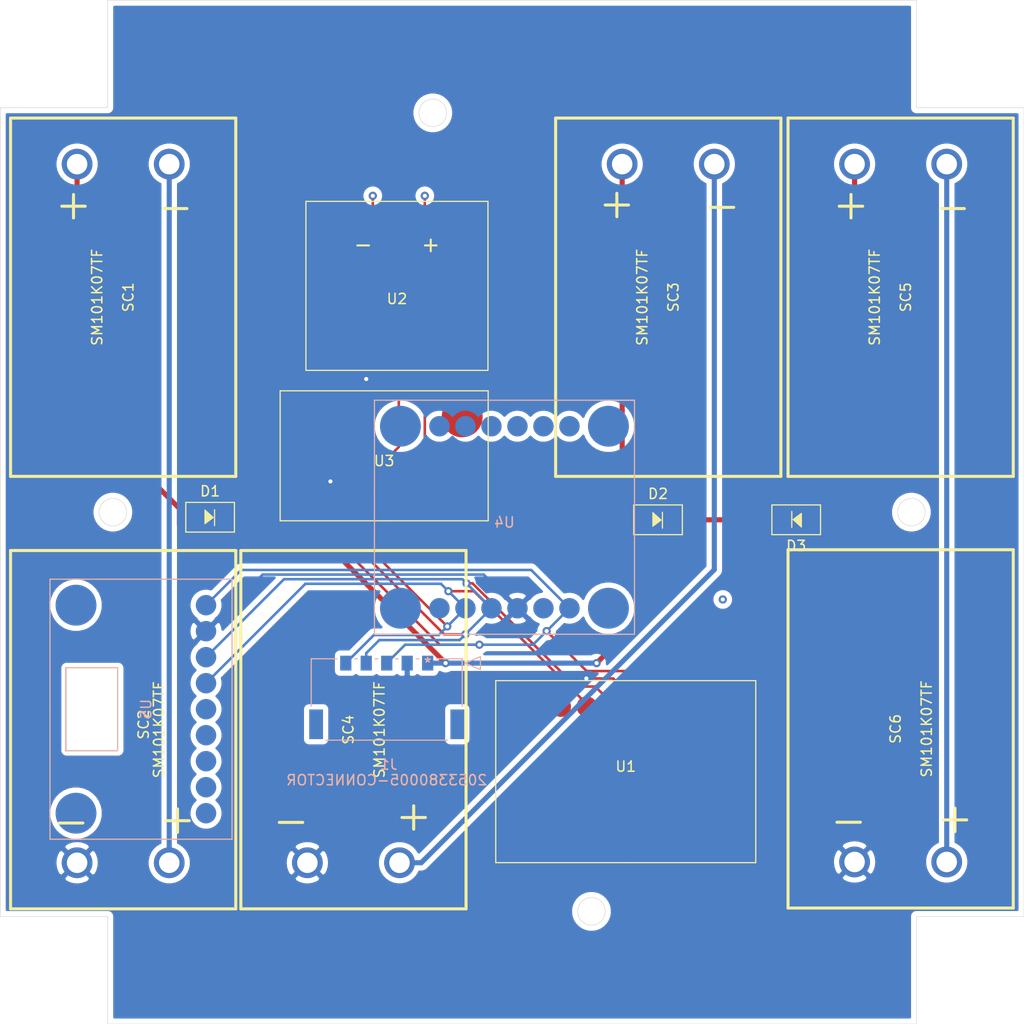
<source format=kicad_pcb>
(kicad_pcb (version 20171130) (host pcbnew "(5.1.10)-1")

  (general
    (thickness 1.6)
    (drawings 46)
    (tracks 498)
    (zones 0)
    (modules 15)
    (nets 49)
  )

  (page A4)
  (title_block
    (title "Solar Configuration for -Z; V4 Stucture")
    (date 2022-05-05)
    (rev 1.0)
  )

  (layers
    (0 F.Cu signal)
    (1 In1.Cu signal)
    (2 In2.Cu signal)
    (31 B.Cu signal)
    (32 B.Adhes user)
    (33 F.Adhes user)
    (34 B.Paste user)
    (35 F.Paste user)
    (36 B.SilkS user)
    (37 F.SilkS user)
    (38 B.Mask user)
    (39 F.Mask user)
    (40 Dwgs.User user hide)
    (41 Cmts.User user)
    (42 Eco1.User user)
    (43 Eco2.User user)
    (44 Edge.Cuts user)
    (45 Margin user)
    (46 B.CrtYd user)
    (47 F.CrtYd user)
    (48 B.Fab user)
    (49 F.Fab user)
  )

  (setup
    (last_trace_width 0.25)
    (user_trace_width 0.5)
    (trace_clearance 0.2)
    (zone_clearance 0.508)
    (zone_45_only no)
    (trace_min 0.2)
    (via_size 0.8)
    (via_drill 0.4)
    (via_min_size 0.4)
    (via_min_drill 0.3)
    (uvia_size 0.3)
    (uvia_drill 0.1)
    (uvias_allowed no)
    (uvia_min_size 0.2)
    (uvia_min_drill 0.1)
    (edge_width 0.05)
    (segment_width 0.2)
    (pcb_text_width 0.3)
    (pcb_text_size 1.5 1.5)
    (mod_edge_width 0.12)
    (mod_text_size 1 1)
    (mod_text_width 0.15)
    (pad_size 1.7 1.7)
    (pad_drill 1)
    (pad_to_mask_clearance 0)
    (aux_axis_origin 0 0)
    (visible_elements 7FFFFFFF)
    (pcbplotparams
      (layerselection 0x010fc_ffffffff)
      (usegerberextensions false)
      (usegerberattributes true)
      (usegerberadvancedattributes true)
      (creategerberjobfile true)
      (excludeedgelayer true)
      (linewidth 0.100000)
      (plotframeref false)
      (viasonmask false)
      (mode 1)
      (useauxorigin false)
      (hpglpennumber 1)
      (hpglpenspeed 20)
      (hpglpendiameter 15.000000)
      (psnegative false)
      (psa4output false)
      (plotreference true)
      (plotvalue true)
      (plotinvisibletext false)
      (padsonsilk false)
      (subtractmaskfromsilk false)
      (outputformat 1)
      (mirror false)
      (drillshape 0)
      (scaleselection 1)
      (outputdirectory ""))
  )

  (net 0 "")
  (net 1 GND)
  (net 2 +3V3)
  (net 3 VSOLAR)
  (net 4 "Net-(SC1-Pad2)")
  (net 5 "Net-(SC3-Pad2)")
  (net 6 "Net-(D1-Pad2)")
  (net 7 "Net-(D2-Pad2)")
  (net 8 SDA)
  (net 9 SCL)
  (net 10 "Net-(U1-Pad7)")
  (net 11 "Net-(U1-Pad8)")
  (net 12 "Net-(U1-Pad9)")
  (net 13 "Net-(U1-Pad2)")
  (net 14 "Net-(U1-Pad6)")
  (net 15 "Net-(U1-Pad10)")
  (net 16 "Net-(U2-Pad6)")
  (net 17 "Net-(U2-Pad9)")
  (net 18 "Net-(U2-Pad8)")
  (net 19 "Net-(U2-Pad5)")
  (net 20 "Net-(U3-Pad9)")
  (net 21 "Net-(U3-Pad10)")
  (net 22 "Net-(U3-Pad8)")
  (net 23 "Net-(U3-Pad7)")
  (net 24 "Net-(U3-Pad6)")
  (net 25 "Net-(U3-Pad5)")
  (net 26 "Net-(D3-Pad2)")
  (net 27 "Net-(SC5-Pad2)")
  (net 28 "Net-(U4-Pad11)")
  (net 29 "Net-(U4-Pad12)")
  (net 30 "Net-(U4-Pad16)")
  (net 31 "Net-(U4-Pad7)")
  (net 32 "Net-(U4-Pad15)")
  (net 33 "Net-(U4-Pad8)")
  (net 34 "Net-(U4-Pad9)")
  (net 35 "Net-(U4-Pad10)")
  (net 36 "Net-(U4-Pad13)")
  (net 37 "Net-(U4-Pad2)")
  (net 38 "Net-(U4-Pad6)")
  (net 39 "Net-(U4-Pad14)")
  (net 40 "Net-(U5-Pad5)")
  (net 41 "Net-(U5-Pad6)")
  (net 42 "Net-(U5-Pad11)")
  (net 43 "Net-(U5-Pad10)")
  (net 44 "Net-(U5-Pad8)")
  (net 45 "Net-(U5-Pad7)")
  (net 46 "Net-(U5-Pad9)")
  (net 47 "Net-(J1-Pad7)")
  (net 48 "Net-(J1-Pad6)")

  (net_class Default "This is the default net class."
    (clearance 0.2)
    (trace_width 0.25)
    (via_dia 0.8)
    (via_drill 0.4)
    (uvia_dia 0.3)
    (uvia_drill 0.1)
    (add_net +3V3)
    (add_net GND)
    (add_net "Net-(D1-Pad2)")
    (add_net "Net-(D2-Pad2)")
    (add_net "Net-(D3-Pad2)")
    (add_net "Net-(J1-Pad6)")
    (add_net "Net-(J1-Pad7)")
    (add_net "Net-(SC1-Pad2)")
    (add_net "Net-(SC3-Pad2)")
    (add_net "Net-(SC5-Pad2)")
    (add_net "Net-(U1-Pad10)")
    (add_net "Net-(U1-Pad2)")
    (add_net "Net-(U1-Pad6)")
    (add_net "Net-(U1-Pad7)")
    (add_net "Net-(U1-Pad8)")
    (add_net "Net-(U1-Pad9)")
    (add_net "Net-(U2-Pad5)")
    (add_net "Net-(U2-Pad6)")
    (add_net "Net-(U2-Pad8)")
    (add_net "Net-(U2-Pad9)")
    (add_net "Net-(U3-Pad10)")
    (add_net "Net-(U3-Pad5)")
    (add_net "Net-(U3-Pad6)")
    (add_net "Net-(U3-Pad7)")
    (add_net "Net-(U3-Pad8)")
    (add_net "Net-(U3-Pad9)")
    (add_net "Net-(U4-Pad10)")
    (add_net "Net-(U4-Pad11)")
    (add_net "Net-(U4-Pad12)")
    (add_net "Net-(U4-Pad13)")
    (add_net "Net-(U4-Pad14)")
    (add_net "Net-(U4-Pad15)")
    (add_net "Net-(U4-Pad16)")
    (add_net "Net-(U4-Pad2)")
    (add_net "Net-(U4-Pad6)")
    (add_net "Net-(U4-Pad7)")
    (add_net "Net-(U4-Pad8)")
    (add_net "Net-(U4-Pad9)")
    (add_net "Net-(U5-Pad10)")
    (add_net "Net-(U5-Pad11)")
    (add_net "Net-(U5-Pad5)")
    (add_net "Net-(U5-Pad6)")
    (add_net "Net-(U5-Pad7)")
    (add_net "Net-(U5-Pad8)")
    (add_net "Net-(U5-Pad9)")
    (add_net SCL)
    (add_net SDA)
    (add_net VSOLAR)
  )

  (module SolarPanelBoards:BNO080 (layer B.Cu) (tedit 6275D6A8) (tstamp 627674CA)
    (at 148.75 85.5 180)
    (path /62738450)
    (fp_text reference U4 (at 0 -0.5) (layer B.SilkS)
      (effects (font (size 1 1) (thickness 0.15)) (justify mirror))
    )
    (fp_text value BNO080_Breakout (at 0 0.5) (layer B.Fab)
      (effects (font (size 1 1) (thickness 0.15)) (justify mirror))
    )
    (fp_line (start 0 -11.43) (end 12.7 -11.43) (layer B.SilkS) (width 0.12))
    (fp_line (start 12.7 -2.54) (end 12.7 -11.43) (layer B.SilkS) (width 0.12))
    (fp_line (start 0 -11.43) (end -12.7 -11.43) (layer B.SilkS) (width 0.12))
    (fp_line (start -12.7 -2.54) (end -12.7 -11.43) (layer B.SilkS) (width 0.12))
    (fp_line (start 12.7 -11.43) (end 10.922 -11.43) (layer B.SilkS) (width 0.12))
    (fp_line (start 12.7 -2.54) (end 12.7 0) (layer B.SilkS) (width 0.12))
    (fp_line (start -12.7 -2.54) (end -12.7 0) (layer B.SilkS) (width 0.12))
    (fp_line (start 12.7 2.54) (end 12.7 0) (layer B.SilkS) (width 0.12))
    (fp_line (start 0 11.43) (end 12.7 11.43) (layer B.SilkS) (width 0.12))
    (fp_line (start 0 11.43) (end -12.7 11.43) (layer B.SilkS) (width 0.12))
    (fp_line (start -12.7 11.43) (end -10.922 11.43) (layer B.SilkS) (width 0.12))
    (fp_line (start -12.7 2.54) (end -12.7 0) (layer B.SilkS) (width 0.12))
    (fp_line (start -12.7 2.54) (end -12.7 11.43) (layer B.SilkS) (width 0.12))
    (fp_line (start 12.7 2.54) (end 12.7 11.43) (layer B.SilkS) (width 0.12))
    (pad 11 smd circle (at 3.81 8.89) (size 2 2) (layers B.Cu B.Paste B.Mask)
      (net 28 "Net-(U4-Pad11)"))
    (pad 12 smd circle (at 6.35 8.89) (size 2 2) (layers B.Cu B.Paste B.Mask)
      (net 29 "Net-(U4-Pad12)"))
    (pad 16 smd circle (at 10.16 8.89) (size 4 4) (layers B.Cu B.Paste B.Mask)
      (net 30 "Net-(U4-Pad16)"))
    (pad 7 smd circle (at -6.35 8.89) (size 2 2) (layers B.Cu B.Paste B.Mask)
      (net 31 "Net-(U4-Pad7)"))
    (pad 15 smd circle (at -10.16 8.89) (size 4 4) (layers B.Cu B.Paste B.Mask)
      (net 32 "Net-(U4-Pad15)"))
    (pad 8 smd circle (at -3.81 8.89) (size 2 2) (layers B.Cu B.Paste B.Mask)
      (net 33 "Net-(U4-Pad8)"))
    (pad 9 smd circle (at -1.27 8.89) (size 2 2) (layers B.Cu B.Paste B.Mask)
      (net 34 "Net-(U4-Pad9)"))
    (pad 10 smd circle (at 1.27 8.89) (size 2 2) (layers B.Cu B.Paste B.Mask)
      (net 35 "Net-(U4-Pad10)"))
    (pad 13 smd circle (at -10.16 -8.89 180) (size 4 4) (layers B.Cu B.Paste B.Mask)
      (net 36 "Net-(U4-Pad13)"))
    (pad 2 smd circle (at -3.81 -8.89 180) (size 2 2) (layers B.Cu B.Paste B.Mask)
      (net 37 "Net-(U4-Pad2)"))
    (pad 3 smd circle (at -1.27 -8.89 180) (size 2 2) (layers B.Cu B.Paste B.Mask)
      (net 1 GND))
    (pad 1 smd circle (at -6.35 -8.89 180) (size 2 2) (layers B.Cu B.Paste B.Mask)
      (net 2 +3V3))
    (pad 6 smd circle (at 6.35 -8.89 180) (size 2 2) (layers B.Cu B.Paste B.Mask)
      (net 38 "Net-(U4-Pad6)"))
    (pad 5 smd circle (at 3.81 -8.89 180) (size 2 2) (layers B.Cu B.Paste B.Mask)
      (net 8 SDA))
    (pad 4 smd circle (at 1.27 -8.89 180) (size 2 2) (layers B.Cu B.Paste B.Mask)
      (net 9 SCL))
    (pad 14 smd circle (at 10.16 -8.89 180) (size 4 4) (layers B.Cu B.Paste B.Mask)
      (net 39 "Net-(U4-Pad14)"))
    (model ${KIPRJMOD}/Extras/3-DComponents/BNO085.STEP
      (offset (xyz 12.75 11.5 0))
      (scale (xyz 1 1 1))
      (rotate (xyz 90 180 0))
    )
  )

  (module SolarPanelBoards:MCP9601 (layer B.Cu) (tedit 6275D877) (tstamp 62767080)
    (at 113.25 104.25 270)
    (path /62750886)
    (fp_text reference U5 (at 0 -0.5 90) (layer B.SilkS)
      (effects (font (size 1 1) (thickness 0.15)) (justify mirror))
    )
    (fp_text value MCP9601_Breakout (at 0 0.5 90) (layer B.Fab)
      (effects (font (size 1 1) (thickness 0.15)) (justify mirror))
    )
    (fp_line (start 4.064 7.366) (end 4.064 6.858) (layer B.SilkS) (width 0.12))
    (fp_line (start -4.064 7.366) (end 4.064 7.366) (layer B.SilkS) (width 0.12))
    (fp_line (start -4.064 6.858) (end -4.064 7.366) (layer B.SilkS) (width 0.12))
    (fp_line (start -4.064 2.286) (end -4.064 3.302) (layer B.SilkS) (width 0.12))
    (fp_line (start 4.064 2.286) (end -4.064 2.286) (layer B.SilkS) (width 0.12))
    (fp_line (start 4.064 3.302) (end 4.064 2.286) (layer B.SilkS) (width 0.12))
    (fp_line (start -4.064 6.858) (end -4.064 3.302) (layer B.SilkS) (width 0.12))
    (fp_line (start 4.064 3.302) (end 4.064 6.858) (layer B.SilkS) (width 0.12))
    (fp_line (start -12.7 0) (end -12.7 8.89) (layer B.SilkS) (width 0.12))
    (fp_line (start 0 8.89) (end -12.7 8.89) (layer B.SilkS) (width 0.12))
    (fp_line (start 0 8.89) (end 12.7 8.89) (layer B.SilkS) (width 0.12))
    (fp_line (start 12.7 0) (end 12.7 8.89) (layer B.SilkS) (width 0.12))
    (fp_line (start -12.7 0) (end -12.7 -8.89) (layer B.SilkS) (width 0.12))
    (fp_line (start 0 -8.89) (end -12.7 -8.89) (layer B.SilkS) (width 0.12))
    (fp_line (start 12.7 0) (end 12.7 -8.89) (layer B.SilkS) (width 0.12))
    (fp_line (start 0 -8.89) (end 12.7 -8.89) (layer B.SilkS) (width 0.12))
    (pad 4 smd circle (at -2.54 -6.35 270) (size 2 2) (layers B.Cu B.Paste B.Mask)
      (net 8 SDA))
    (pad 5 smd circle (at 0 -6.35 270) (size 2 2) (layers B.Cu B.Paste B.Mask)
      (net 40 "Net-(U5-Pad5)"))
    (pad 6 smd circle (at 2.54 -6.35 270) (size 2 2) (layers B.Cu B.Paste B.Mask)
      (net 41 "Net-(U5-Pad6)"))
    (pad 1 smd circle (at -10.16 -6.35 270) (size 2 2) (layers B.Cu B.Paste B.Mask)
      (net 2 +3V3))
    (pad 3 smd circle (at -5.08 -6.35 270) (size 2 2) (layers B.Cu B.Paste B.Mask)
      (net 9 SCL))
    (pad 2 smd circle (at -7.62 -6.35 270) (size 2 2) (layers B.Cu B.Paste B.Mask)
      (net 1 GND))
    (pad 11 smd circle (at 10.16 6.35 90) (size 4 4) (layers B.Cu B.Paste B.Mask)
      (net 42 "Net-(U5-Pad11)"))
    (pad 10 smd circle (at -10.16 6.35 90) (size 4 4) (layers B.Cu B.Paste B.Mask)
      (net 43 "Net-(U5-Pad10)"))
    (pad 8 smd circle (at 7.62 -6.35 270) (size 2 2) (layers B.Cu B.Paste B.Mask)
      (net 44 "Net-(U5-Pad8)"))
    (pad 7 smd circle (at 5.08 -6.35 270) (size 2 2) (layers B.Cu B.Paste B.Mask)
      (net 45 "Net-(U5-Pad7)"))
    (pad 9 smd circle (at 10.16 -6.35 270) (size 2 2) (layers B.Cu B.Paste B.Mask)
      (net 46 "Net-(U5-Pad9)"))
    (model ${KIPRJMOD}/Extras/3-DComponents/MCP9601.STEP
      (offset (xyz -12.75 -9 0))
      (scale (xyz 1 1 1))
      (rotate (xyz -90 0 0))
    )
  )

  (module SolarPanelBoards:CON_2053380005 (layer B.Cu) (tedit 6275D718) (tstamp 62766994)
    (at 141.25 99.75)
    (path /627B3649)
    (fp_text reference J1 (at -3.81 9.906) (layer B.SilkS)
      (effects (font (size 1 1) (thickness 0.15)) (justify mirror))
    )
    (fp_text value 2053380005-CONNECTOR (at -4.000002 11.43) (layer B.SilkS)
      (effects (font (size 1 1) (thickness 0.15)) (justify mirror))
    )
    (fp_text user MAXIMUM_PACKAGE_HEIGHT:_2.6_MM (at -11.374986 -6.445001) (layer Cmts.User)
      (effects (font (size 1 1) (thickness 0.15)))
    )
    (fp_text user MAXIMUM_PACKAGE_HEIGHT:_2.6_MM (at -11.374986 -6.445001) (layer Cmts.User)
      (effects (font (size 1 1) (thickness 0.15)))
    )
    (fp_text user NOTE (at -11.374986 -3.905001) (layer Cmts.User)
      (effects (font (size 1 1) (thickness 0.15)))
    )
    (fp_text user NOTE (at -11.374986 -3.905001) (layer Cmts.User)
      (effects (font (size 1 1) (thickness 0.15)))
    )
    (fp_text user * (at 0 0) (layer B.Fab)
      (effects (font (size 1 1) (thickness 0.15)) (justify mirror))
    )
    (fp_text user * (at 0 0) (layer B.SilkS)
      (effects (font (size 1 1) (thickness 0.15)) (justify mirror))
    )
    (fp_text user "Copyright 2021 Accelerated Designs. All rights reserved." (at 0 0) (layer Cmts.User)
      (effects (font (size 0.127 0.127) (thickness 0.002)))
    )
    (fp_line (start 4.644984 8.794999) (end -12.644986 8.794999) (layer B.CrtYd) (width 0.05))
    (fp_line (start 4.644984 -1.695) (end 4.644984 8.794999) (layer B.CrtYd) (width 0.05))
    (fp_line (start -12.644986 -1.695) (end 4.644984 -1.695) (layer B.CrtYd) (width 0.05))
    (fp_line (start -12.644986 8.794999) (end -12.644986 -1.695) (layer B.CrtYd) (width 0.05))
    (fp_line (start -7.129959 -0.425) (end -6.870041 -0.425) (layer B.SilkS) (width 0.12))
    (fp_line (start -5.129961 -0.425) (end -4.87004 -0.425) (layer B.SilkS) (width 0.12))
    (fp_line (start -3.12996 -0.425) (end -2.870041 -0.425) (layer B.SilkS) (width 0.12))
    (fp_line (start -1.129961 -0.425) (end -0.87004 -0.425) (layer B.SilkS) (width 0.12))
    (fp_line (start 0.87004 -0.425) (end 3.374984 -0.425) (layer B.SilkS) (width 0.12))
    (fp_line (start -11.374986 7.524999) (end -11.374986 -0.425) (layer B.Fab) (width 0.1))
    (fp_line (start 3.374984 7.524999) (end -11.374986 7.524999) (layer B.Fab) (width 0.1))
    (fp_line (start 3.374984 -0.425) (end 3.374984 7.524999) (layer B.Fab) (width 0.1))
    (fp_line (start -11.374986 -0.425) (end 3.374984 -0.425) (layer B.Fab) (width 0.1))
    (fp_line (start 1.915982 7.525) (end -9.915982 7.525) (layer B.SilkS) (width 0.12))
    (fp_line (start 3.374984 -0.425) (end 3.374984 4.20496) (layer B.SilkS) (width 0.12))
    (fp_line (start -11.374986 -0.425) (end -8.870039 -0.425) (layer B.SilkS) (width 0.12))
    (fp_line (start -11.374986 4.20496) (end -11.374986 -0.425) (layer B.SilkS) (width 0.12))
    (fp_line (start 5.152984 -0.635) (end 3.628984 0) (layer B.Fab) (width 0.1))
    (fp_line (start 5.152984 0.635) (end 5.152984 -0.635) (layer B.Fab) (width 0.1))
    (fp_line (start 3.628984 0) (end 5.152984 0.635) (layer B.Fab) (width 0.1))
    (fp_line (start 5.152984 -0.635) (end 3.628984 0) (layer B.SilkS) (width 0.12))
    (fp_line (start 5.152984 0.635) (end 5.152984 -0.635) (layer B.SilkS) (width 0.12))
    (fp_line (start 3.628984 0) (end 5.152984 0.635) (layer B.SilkS) (width 0.12))
    (fp_line (start 4.644984 8.794999) (end -12.644986 8.794999) (layer B.CrtYd) (width 0.05))
    (fp_line (start 4.644984 -1.695) (end 4.644984 8.794999) (layer B.CrtYd) (width 0.05))
    (fp_line (start -12.644986 -1.695) (end 4.644984 -1.695) (layer B.CrtYd) (width 0.05))
    (fp_line (start -12.644986 8.794999) (end -12.644986 -1.695) (layer B.CrtYd) (width 0.05))
    (pad 7 smd rect (at -10.894997 5.974999) (size 1.35 2.899999) (layers B.Cu B.Paste B.Mask)
      (net 47 "Net-(J1-Pad7)"))
    (pad 6 smd rect (at 2.894998 5.974999) (size 1.35 2.899999) (layers B.Cu B.Paste B.Mask)
      (net 48 "Net-(J1-Pad6)"))
    (pad 5 smd rect (at -7.999999 0) (size 1.1 1.45) (layers B.Cu B.Paste B.Mask)
      (net 8 SDA))
    (pad 4 smd rect (at -6.000001 0) (size 1.1 1.45) (layers B.Cu B.Paste B.Mask)
      (net 9 SCL))
    (pad 3 smd rect (at -4 0) (size 1.1 1.45) (layers B.Cu B.Paste B.Mask)
      (net 2 +3V3))
    (pad 2 smd rect (at -2.000001 0) (size 1.1 1.45) (layers B.Cu B.Paste B.Mask)
      (net 1 GND))
    (pad 1 smd rect (at 0 0) (size 1.1 1.45) (layers B.Cu B.Paste B.Mask)
      (net 3 VSOLAR))
    (model ${KIPRJMOD}/Extras/3-DComponents/2053380005.stp
      (offset (xyz -4 5.25 1.25))
      (scale (xyz 1 1 1))
      (rotate (xyz 0 0 0))
    )
  )

  (module SolarPanelBoards:APDS9960 (layer F.Cu) (tedit 6275D630) (tstamp 627665B1)
    (at 160.6 110.35 180)
    (path /6273B54B)
    (fp_text reference U1 (at 0 0.5) (layer F.SilkS)
      (effects (font (size 1 1) (thickness 0.15)))
    )
    (fp_text value APDS9960_Breakout (at 0 -0.5) (layer F.Fab)
      (effects (font (size 1 1) (thickness 0.15)))
    )
    (fp_line (start -12.7 0) (end -12.7 -8.89) (layer F.SilkS) (width 0.12))
    (fp_line (start 0 -8.89) (end -12.7 -8.89) (layer F.SilkS) (width 0.12))
    (fp_line (start 0 -8.89) (end 12.7 -8.89) (layer F.SilkS) (width 0.12))
    (fp_line (start 12.7 0) (end 12.7 -8.89) (layer F.SilkS) (width 0.12))
    (fp_line (start -12.7 0) (end -12.7 8.89) (layer F.SilkS) (width 0.12))
    (fp_line (start 0 8.89) (end -12.7 8.89) (layer F.SilkS) (width 0.12))
    (fp_line (start 12.7 0) (end 12.7 8.89) (layer F.SilkS) (width 0.12))
    (fp_line (start 0 8.89) (end 12.7 8.89) (layer F.SilkS) (width 0.12))
    (pad 7 smd circle (at -10.16 -6.35) (size 4 4) (layers F.Cu F.Paste F.Mask)
      (net 10 "Net-(U1-Pad7)"))
    (pad 8 smd circle (at 10.16 -6.35) (size 4 4) (layers F.Cu F.Paste F.Mask)
      (net 11 "Net-(U1-Pad8)"))
    (pad 9 smd circle (at -10.16 6.35 180) (size 4 4) (layers F.Cu F.Paste F.Mask)
      (net 12 "Net-(U1-Pad9)"))
    (pad 2 smd circle (at -3.81 6.35 180) (size 2 2) (layers F.Cu F.Paste F.Mask)
      (net 13 "Net-(U1-Pad2)"))
    (pad 3 smd circle (at -1.27 6.35 180) (size 2 2) (layers F.Cu F.Paste F.Mask)
      (net 1 GND))
    (pad 1 smd circle (at -6.35 6.35 180) (size 2 2) (layers F.Cu F.Paste F.Mask)
      (net 2 +3V3))
    (pad 6 smd circle (at 6.35 6.35 180) (size 2 2) (layers F.Cu F.Paste F.Mask)
      (net 14 "Net-(U1-Pad6)"))
    (pad 5 smd circle (at 3.81 6.35 180) (size 2 2) (layers F.Cu F.Paste F.Mask)
      (net 8 SDA))
    (pad 4 smd circle (at 1.27 6.35 180) (size 2 2) (layers F.Cu F.Paste F.Mask)
      (net 9 SCL))
    (pad 10 smd circle (at 10.16 6.35 180) (size 4 4) (layers F.Cu F.Paste F.Mask)
      (net 15 "Net-(U1-Pad10)"))
    (model ${KIPRJMOD}/Extras/3-DComponents/APDS9960.STEP
      (offset (xyz 12.75 8.75 0))
      (scale (xyz 1 1 1))
      (rotate (xyz 90 180 0))
    )
  )

  (module SolarPanelBoards:DO-214AC (layer F.Cu) (tedit 6275D7B7) (tstamp 62765C45)
    (at 177.25 85.75)
    (descr "Diode Footprint for CDBA240LL-HF")
    (path /62735B03)
    (attr smd)
    (fp_text reference D3 (at 0 2.54) (layer F.SilkS)
      (effects (font (size 1 1) (thickness 0.15)))
    )
    (fp_text value CDBA240LL-HF (at 0 -2.54) (layer F.Fab)
      (effects (font (size 1 1) (thickness 0.15)))
    )
    (fp_line (start -0.4318 -0.8128) (end -0.4318 0.7366) (layer F.SilkS) (width 0.12))
    (fp_poly (pts (xy 0.508 0.7112) (xy -0.3048 -0.0254) (xy 0.508 -0.635)) (layer F.SilkS) (width 0.1))
    (fp_line (start -2.375 -1.45) (end 2.375 -1.45) (layer F.SilkS) (width 0.12))
    (fp_line (start -2.375 1.45) (end -2.375 -1.45) (layer F.SilkS) (width 0.12))
    (fp_line (start 2.375 1.45) (end 2.375 -1.45) (layer F.SilkS) (width 0.12))
    (fp_line (start -2.375 1.45) (end 2.375 1.45) (layer F.SilkS) (width 0.12))
    (pad 2 smd rect (at 2 0) (size 2.5 1.7) (layers F.Cu F.Paste F.Mask)
      (net 26 "Net-(D3-Pad2)"))
    (pad 1 smd rect (at -2 0) (size 2.5 1.7) (layers F.Cu F.Paste F.Mask)
      (net 3 VSOLAR))
    (model ${KIPRJMOD}/Extras/3-DComponents/CDBA240LL-HF.STEP
      (offset (xyz -2.5 1.25 0))
      (scale (xyz 1 1 1))
      (rotate (xyz -90 0 0))
    )
  )

  (module SolarPanelBoards:DO-214AC (layer F.Cu) (tedit 6275D7B7) (tstamp 62765C39)
    (at 163.75 85.75 180)
    (descr "Diode Footprint for CDBA240LL-HF")
    (path /61455D66)
    (attr smd)
    (fp_text reference D2 (at 0 2.54) (layer F.SilkS)
      (effects (font (size 1 1) (thickness 0.15)))
    )
    (fp_text value CDBA240LL-HF (at 0 -2.54) (layer F.Fab)
      (effects (font (size 1 1) (thickness 0.15)))
    )
    (fp_line (start -0.4318 -0.8128) (end -0.4318 0.7366) (layer F.SilkS) (width 0.12))
    (fp_poly (pts (xy 0.508 0.7112) (xy -0.3048 -0.0254) (xy 0.508 -0.635)) (layer F.SilkS) (width 0.1))
    (fp_line (start -2.375 -1.45) (end 2.375 -1.45) (layer F.SilkS) (width 0.12))
    (fp_line (start -2.375 1.45) (end -2.375 -1.45) (layer F.SilkS) (width 0.12))
    (fp_line (start 2.375 1.45) (end 2.375 -1.45) (layer F.SilkS) (width 0.12))
    (fp_line (start -2.375 1.45) (end 2.375 1.45) (layer F.SilkS) (width 0.12))
    (pad 2 smd rect (at 2 0 180) (size 2.5 1.7) (layers F.Cu F.Paste F.Mask)
      (net 7 "Net-(D2-Pad2)"))
    (pad 1 smd rect (at -2 0 180) (size 2.5 1.7) (layers F.Cu F.Paste F.Mask)
      (net 3 VSOLAR))
    (model ${KIPRJMOD}/Extras/3-DComponents/CDBA240LL-HF.STEP
      (offset (xyz -2.5 1.25 0))
      (scale (xyz 1 1 1))
      (rotate (xyz -90 0 0))
    )
  )

  (module SolarPanelBoards:DO-214AC (layer F.Cu) (tedit 6275D7B7) (tstamp 62765C2D)
    (at 120 85.5 180)
    (descr "Diode Footprint for CDBA240LL-HF")
    (path /61067859)
    (attr smd)
    (fp_text reference D1 (at 0 2.54) (layer F.SilkS)
      (effects (font (size 1 1) (thickness 0.15)))
    )
    (fp_text value CDBA240LL-HF (at 0 -2.54) (layer F.Fab)
      (effects (font (size 1 1) (thickness 0.15)))
    )
    (fp_line (start -0.4318 -0.8128) (end -0.4318 0.7366) (layer F.SilkS) (width 0.12))
    (fp_poly (pts (xy 0.508 0.7112) (xy -0.3048 -0.0254) (xy 0.508 -0.635)) (layer F.SilkS) (width 0.1))
    (fp_line (start -2.375 -1.45) (end 2.375 -1.45) (layer F.SilkS) (width 0.12))
    (fp_line (start -2.375 1.45) (end -2.375 -1.45) (layer F.SilkS) (width 0.12))
    (fp_line (start 2.375 1.45) (end 2.375 -1.45) (layer F.SilkS) (width 0.12))
    (fp_line (start -2.375 1.45) (end 2.375 1.45) (layer F.SilkS) (width 0.12))
    (pad 2 smd rect (at 2 0 180) (size 2.5 1.7) (layers F.Cu F.Paste F.Mask)
      (net 6 "Net-(D1-Pad2)"))
    (pad 1 smd rect (at -2 0 180) (size 2.5 1.7) (layers F.Cu F.Paste F.Mask)
      (net 3 VSOLAR))
    (model ${KIPRJMOD}/Extras/3-DComponents/CDBA240LL-HF.STEP
      (offset (xyz -2.5 1.25 0))
      (scale (xyz 1 1 1))
      (rotate (xyz -90 0 0))
    )
  )

  (module SolarPanelBoards:MCP9808 (layer F.Cu) (tedit 6275D907) (tstamp 627658FF)
    (at 137 79.5)
    (path /62748135)
    (fp_text reference U3 (at 0 0.5) (layer F.SilkS)
      (effects (font (size 1 1) (thickness 0.15)))
    )
    (fp_text value MCP9808_Breakout (at 0 -0.5) (layer F.Fab)
      (effects (font (size 1 1) (thickness 0.15)))
    )
    (fp_line (start 0 -6.35) (end -10.16 -6.35) (layer F.SilkS) (width 0.12))
    (fp_line (start -10.16 -6.35) (end -10.16 0) (layer F.SilkS) (width 0.12))
    (fp_line (start 0 -6.35) (end 10.16 -6.35) (layer F.SilkS) (width 0.12))
    (fp_line (start 10.16 -6.35) (end 10.16 0) (layer F.SilkS) (width 0.12))
    (fp_line (start -10.16 6.35) (end -10.16 0) (layer F.SilkS) (width 0.12))
    (fp_line (start 0 6.35) (end -10.16 6.35) (layer F.SilkS) (width 0.12))
    (fp_line (start 10.16 6.35) (end 10.16 0) (layer F.SilkS) (width 0.12))
    (fp_line (start 0 6.35) (end 10.16 6.35) (layer F.SilkS) (width 0.12))
    (pad 9 smd circle (at -7.62 -3.81) (size 4 4) (layers F.Cu F.Paste F.Mask)
      (net 20 "Net-(U3-Pad9)"))
    (pad 10 smd circle (at 7.62 -3.81) (size 4 4) (layers F.Cu F.Paste F.Mask)
      (net 21 "Net-(U3-Pad10)"))
    (pad 3 smd circle (at -3.81 4.064) (size 2 2) (layers F.Cu F.Paste F.Mask)
      (net 9 SCL))
    (pad 4 smd circle (at -1.27 4.064) (size 2 2) (layers F.Cu F.Paste F.Mask)
      (net 8 SDA))
    (pad 1 smd circle (at -8.89 4.064) (size 2 2) (layers F.Cu F.Paste F.Mask)
      (net 2 +3V3))
    (pad 2 smd circle (at -6.35 4.064) (size 2 2) (layers F.Cu F.Paste F.Mask)
      (net 1 GND))
    (pad 8 smd circle (at 8.89 4.064) (size 2 2) (layers F.Cu F.Paste F.Mask)
      (net 22 "Net-(U3-Pad8)"))
    (pad 7 smd circle (at 6.35 4.064) (size 2 2) (layers F.Cu F.Paste F.Mask)
      (net 23 "Net-(U3-Pad7)"))
    (pad 6 smd circle (at 3.81 4.064) (size 2 2) (layers F.Cu F.Paste F.Mask)
      (net 24 "Net-(U3-Pad6)"))
    (pad 5 smd circle (at 1.27 4.064) (size 2 2) (layers F.Cu F.Paste F.Mask)
      (net 25 "Net-(U3-Pad5)"))
    (model ${KIPRJMOD}/Extras/3-DComponents/MCP9808.STEP
      (offset (xyz -10.5 -6.5 0))
      (scale (xyz 1 1 1))
      (rotate (xyz -90 0 0))
    )
  )

  (module SolarPanelBoards:DRV2605L (layer F.Cu) (tedit 6275D81F) (tstamp 627642EE)
    (at 138.25 69.25)
    (path /62747843)
    (fp_text reference U2 (at 0 -5.08) (layer F.SilkS)
      (effects (font (size 1 1) (thickness 0.15)))
    )
    (fp_text value DRV2605L_Breakout (at 0 -6.35) (layer F.Fab)
      (effects (font (size 1 1) (thickness 0.15)))
    )
    (fp_text user + (at 3.302 -10.414) (layer F.SilkS)
      (effects (font (size 1.5 1.5) (thickness 0.2)))
    )
    (fp_text user - (at -3.302 -10.414) (layer F.SilkS)
      (effects (font (size 1.5 1.5) (thickness 0.2)))
    )
    (fp_line (start -8.89 -14.605) (end 8.89 -14.605) (layer F.SilkS) (width 0.12))
    (fp_line (start 8.89 1.905) (end 8.89 -14.605) (layer F.SilkS) (width 0.12))
    (fp_line (start -8.89 0) (end -8.89 -14.605) (layer F.SilkS) (width 0.12))
    (fp_line (start -8.89 1.905) (end -8.89 0) (layer F.SilkS) (width 0.12))
    (fp_line (start 0 1.905) (end -8.89 1.905) (layer F.SilkS) (width 0.12))
    (fp_line (start 0 1.905) (end 8.89 1.905) (layer F.SilkS) (width 0.12))
    (pad 7 smd rect (at 2.54 -12.7) (size 2.5 2.5) (layers F.Cu F.Paste F.Mask)
      (net 16 "Net-(U2-Pad6)"))
    (pad 6 smd rect (at -2.54 -12.7) (size 2.5 2.5) (layers F.Cu F.Paste F.Mask)
      (net 16 "Net-(U2-Pad6)"))
    (pad 9 smd circle (at 6.35 -12.065) (size 4 4) (layers F.Cu F.Paste F.Mask)
      (net 17 "Net-(U2-Pad9)"))
    (pad 8 smd circle (at -6.35 -12.065) (size 4 4) (layers F.Cu F.Paste F.Mask)
      (net 18 "Net-(U2-Pad8)"))
    (pad 1 smd circle (at -5.08 0) (size 2 2) (layers F.Cu F.Paste F.Mask)
      (net 2 +3V3))
    (pad 2 smd circle (at -2.54 0) (size 2 2) (layers F.Cu F.Paste F.Mask)
      (net 1 GND))
    (pad 5 smd circle (at 5.08 0) (size 2 2) (layers F.Cu F.Paste F.Mask)
      (net 19 "Net-(U2-Pad5)"))
    (pad 4 smd circle (at 2.54 0) (size 2 2) (layers F.Cu F.Paste F.Mask)
      (net 8 SDA))
    (pad 3 smd circle (at 0 0) (size 2 2) (layers F.Cu F.Paste F.Mask)
      (net 9 SCL))
    (model ${KIPRJMOD}/Extras/3-DComponents/DRV2605L.STEP
      (offset (xyz -9 -2 0))
      (scale (xyz 1 1 1))
      (rotate (xyz -90 0 0))
    )
  )

  (module SolarPanelBoards:SM101K07TF (layer F.Cu) (tedit 614D4B0F) (tstamp 6273A7C4)
    (at 187.452 64.008 90)
    (path /62735AFD)
    (fp_text reference SC5 (at 0 0.5 90) (layer F.SilkS)
      (effects (font (size 1 1) (thickness 0.15)))
    )
    (fp_text value SM101K07TF (at 0 -2.54 90) (layer F.SilkS)
      (effects (font (size 1 1) (thickness 0.15)))
    )
    (fp_line (start -17.5 11) (end -17.5 -11) (layer F.SilkS) (width 0.3))
    (fp_line (start 17.5 11) (end -17.5 11) (layer F.SilkS) (width 0.3))
    (fp_line (start 17.5 -11) (end 17.5 11) (layer F.SilkS) (width 0.3))
    (fp_line (start -17.5 -11) (end 17.5 -11) (layer F.SilkS) (width 0.3))
    (fp_text user - (at 8.89 5.08) (layer F.SilkS)
      (effects (font (size 3 3) (thickness 0.3)))
    )
    (fp_text user + (at 8.89 -5.08 90) (layer F.SilkS)
      (effects (font (size 3 3) (thickness 0.3)))
    )
    (pad 2 thru_hole circle (at 13 4.5 90) (size 3 3) (drill 2) (layers *.Cu *.Mask)
      (net 27 "Net-(SC5-Pad2)"))
    (pad 1 thru_hole circle (at 13 -4.5 90) (size 3 3) (drill 2) (layers *.Cu *.Mask)
      (net 26 "Net-(D3-Pad2)"))
    (model ${KIPRJMOD}/Extras/3-DComponents/SM101K07TF.STEP
      (offset (xyz -17.5 11 0))
      (scale (xyz 1 1 1))
      (rotate (xyz -90 0 90))
    )
  )

  (module SolarPanelBoards:SM101K07TF (layer F.Cu) (tedit 614D4B0F) (tstamp 6273A7B8)
    (at 134 106.25 270)
    (path /61285A7B)
    (fp_text reference SC4 (at 0 0.5 90) (layer F.SilkS)
      (effects (font (size 1 1) (thickness 0.15)))
    )
    (fp_text value SM101K07TF (at 0 -2.54 90) (layer F.SilkS)
      (effects (font (size 1 1) (thickness 0.15)))
    )
    (fp_line (start -17.5 -11) (end 17.5 -11) (layer F.SilkS) (width 0.3))
    (fp_line (start 17.5 -11) (end 17.5 11) (layer F.SilkS) (width 0.3))
    (fp_line (start 17.5 11) (end -17.5 11) (layer F.SilkS) (width 0.3))
    (fp_line (start -17.5 11) (end -17.5 -11) (layer F.SilkS) (width 0.3))
    (fp_text user + (at 8.578 -5.654 90) (layer F.SilkS)
      (effects (font (size 3 3) (thickness 0.3)))
    )
    (fp_text user - (at 8.828 6.096) (layer F.SilkS)
      (effects (font (size 3 3) (thickness 0.3)))
    )
    (pad 1 thru_hole circle (at 13 -4.5 270) (size 3 3) (drill 2) (layers *.Cu *.Mask)
      (net 5 "Net-(SC3-Pad2)"))
    (pad 2 thru_hole circle (at 13 4.5 270) (size 3 3) (drill 2) (layers *.Cu *.Mask)
      (net 1 GND))
    (model ${KIPRJMOD}/Extras/3-DComponents/SM101K07TF.STEP
      (offset (xyz -17.5 11 0))
      (scale (xyz 1 1 1))
      (rotate (xyz -90 0 90))
    )
  )

  (module SolarPanelBoards:SM101K07TF (layer F.Cu) (tedit 614D4B0F) (tstamp 6273A7D0)
    (at 187.452 106.172 270)
    (path /62735AF7)
    (fp_text reference SC6 (at 0 0.5 90) (layer F.SilkS)
      (effects (font (size 1 1) (thickness 0.15)))
    )
    (fp_text value SM101K07TF (at 0 -2.54 90) (layer F.SilkS)
      (effects (font (size 1 1) (thickness 0.15)))
    )
    (fp_line (start -17.5 -11) (end 17.5 -11) (layer F.SilkS) (width 0.3))
    (fp_line (start 17.5 -11) (end 17.5 11) (layer F.SilkS) (width 0.3))
    (fp_line (start 17.5 11) (end -17.5 11) (layer F.SilkS) (width 0.3))
    (fp_line (start -17.5 11) (end -17.5 -11) (layer F.SilkS) (width 0.3))
    (fp_text user + (at 8.89 -5.08 90) (layer F.SilkS)
      (effects (font (size 3 3) (thickness 0.3)))
    )
    (fp_text user - (at 8.89 5.08) (layer F.SilkS)
      (effects (font (size 3 3) (thickness 0.3)))
    )
    (pad 1 thru_hole circle (at 13 -4.5 270) (size 3 3) (drill 2) (layers *.Cu *.Mask)
      (net 27 "Net-(SC5-Pad2)"))
    (pad 2 thru_hole circle (at 13 4.5 270) (size 3 3) (drill 2) (layers *.Cu *.Mask)
      (net 1 GND))
    (model ${KIPRJMOD}/Extras/3-DComponents/SM101K07TF.STEP
      (offset (xyz -17.5 11 0))
      (scale (xyz 1 1 1))
      (rotate (xyz -90 0 90))
    )
  )

  (module SolarPanelBoards:SM101K07TF (layer F.Cu) (tedit 614D4B0F) (tstamp 6273A7AC)
    (at 164.75 64.008 90)
    (path /6128524D)
    (fp_text reference SC3 (at 0 0.5 90) (layer F.SilkS)
      (effects (font (size 1 1) (thickness 0.15)))
    )
    (fp_text value SM101K07TF (at 0 -2.54 90) (layer F.SilkS)
      (effects (font (size 1 1) (thickness 0.15)))
    )
    (fp_line (start -17.5 -11) (end 17.5 -11) (layer F.SilkS) (width 0.3))
    (fp_line (start 17.5 -11) (end 17.5 11) (layer F.SilkS) (width 0.3))
    (fp_line (start 17.5 11) (end -17.5 11) (layer F.SilkS) (width 0.3))
    (fp_line (start -17.5 11) (end -17.5 -11) (layer F.SilkS) (width 0.3))
    (fp_text user + (at 9.008 -5.25 90) (layer F.SilkS)
      (effects (font (size 3 3) (thickness 0.3)))
    )
    (fp_text user - (at 9.008 5.25) (layer F.SilkS)
      (effects (font (size 3 3) (thickness 0.3)))
    )
    (pad 1 thru_hole circle (at 13 -4.5 90) (size 3 3) (drill 2) (layers *.Cu *.Mask)
      (net 7 "Net-(D2-Pad2)"))
    (pad 2 thru_hole circle (at 13 4.5 90) (size 3 3) (drill 2) (layers *.Cu *.Mask)
      (net 5 "Net-(SC3-Pad2)"))
    (model ${KIPRJMOD}/Extras/3-DComponents/SM101K07TF.STEP
      (offset (xyz -17.5 11 0))
      (scale (xyz 1 1 1))
      (rotate (xyz -90 0 90))
    )
  )

  (module SolarPanelBoards:SM101K07TF (layer F.Cu) (tedit 614D4B0F) (tstamp 6273A7A0)
    (at 111.506 106.25 270)
    (path /612849A3)
    (fp_text reference SC2 (at -0.5 -1.994 90) (layer F.SilkS)
      (effects (font (size 1 1) (thickness 0.15)))
    )
    (fp_text value SM101K07TF (at 0 -3.494 90) (layer F.SilkS)
      (effects (font (size 1 1) (thickness 0.15)))
    )
    (fp_line (start -17.5 11) (end -17.5 -11) (layer F.SilkS) (width 0.3))
    (fp_line (start 17.5 11) (end -17.5 11) (layer F.SilkS) (width 0.3))
    (fp_line (start 17.5 -11) (end 17.5 11) (layer F.SilkS) (width 0.3))
    (fp_line (start -17.5 -11) (end 17.5 -11) (layer F.SilkS) (width 0.3))
    (fp_text user - (at 8.89 5.08) (layer F.SilkS)
      (effects (font (size 3 3) (thickness 0.3)))
    )
    (fp_text user + (at 8.89 -5.08 90) (layer F.SilkS)
      (effects (font (size 3 3) (thickness 0.3)))
    )
    (pad 2 thru_hole circle (at 13 4.5 270) (size 3 3) (drill 2) (layers *.Cu *.Mask)
      (net 1 GND))
    (pad 1 thru_hole circle (at 13 -4.5 270) (size 3 3) (drill 2) (layers *.Cu *.Mask)
      (net 4 "Net-(SC1-Pad2)"))
    (model ${KIPRJMOD}/Extras/3-DComponents/SM101K07TF.STEP
      (offset (xyz -17.5 11 0))
      (scale (xyz 1 1 1))
      (rotate (xyz -90 0 90))
    )
  )

  (module SolarPanelBoards:SM101K07TF (layer F.Cu) (tedit 614D4B0F) (tstamp 6273A794)
    (at 111.506 64.008 90)
    (path /6143BD42)
    (fp_text reference SC1 (at 0 0.5 90) (layer F.SilkS)
      (effects (font (size 1 1) (thickness 0.15)))
    )
    (fp_text value SM101K07TF (at 0 -2.54 90) (layer F.SilkS)
      (effects (font (size 1 1) (thickness 0.15)))
    )
    (fp_line (start -17.5 11) (end -17.5 -11) (layer F.SilkS) (width 0.3))
    (fp_line (start 17.5 11) (end -17.5 11) (layer F.SilkS) (width 0.3))
    (fp_line (start 17.5 -11) (end 17.5 11) (layer F.SilkS) (width 0.3))
    (fp_line (start -17.5 -11) (end 17.5 -11) (layer F.SilkS) (width 0.3))
    (fp_text user - (at 8.89 5.08) (layer F.SilkS)
      (effects (font (size 3 3) (thickness 0.3)))
    )
    (fp_text user + (at 8.89 -5.08 90) (layer F.SilkS)
      (effects (font (size 3 3) (thickness 0.3)))
    )
    (pad 2 thru_hole circle (at 13 4.5 90) (size 3 3) (drill 2) (layers *.Cu *.Mask)
      (net 4 "Net-(SC1-Pad2)"))
    (pad 1 thru_hole circle (at 13 -4.5 90) (size 3 3) (drill 2) (layers *.Cu *.Mask)
      (net 6 "Net-(D1-Pad2)"))
    (model ${KIPRJMOD}/Extras/3-DComponents/SM101K07TF.STEP
      (offset (xyz -17.5 11 0))
      (scale (xyz 1 1 1))
      (rotate (xyz -90 0 90))
    )
  )

  (gr_line (start 111 108.25) (end 110.75 108.25) (layer Edge.Cuts) (width 0.05) (tstamp 6274F224))
  (gr_line (start 111 100.25) (end 111 108.25) (layer Edge.Cuts) (width 0.05))
  (gr_line (start 110.75 100.25) (end 111 100.25) (layer Edge.Cuts) (width 0.05))
  (gr_line (start 106 108.25) (end 106 100.25) (layer Edge.Cuts) (width 0.05) (tstamp 6274F223))
  (gr_line (start 110.75 108.25) (end 106 108.25) (layer Edge.Cuts) (width 0.05))
  (gr_line (start 106 100.25) (end 110.75 100.25) (layer Edge.Cuts) (width 0.05))
  (gr_circle (center 188.5 85) (end 193.5 85) (layer Dwgs.User) (width 0.15) (tstamp 6274F1CA))
  (gr_circle (center 157.25 124) (end 162.25 124) (layer Dwgs.User) (width 0.15) (tstamp 6274F1CA))
  (gr_circle (center 141.75 46) (end 146.75 46) (layer Dwgs.User) (width 0.15) (tstamp 6274F1CA))
  (gr_circle (center 110.5 85) (end 115.5 85) (layer Dwgs.User) (width 0.15))
  (gr_circle (center 188.5 85) (end 189 86.25) (layer Edge.Cuts) (width 0.05) (tstamp 6274CE97))
  (gr_circle (center 157.25 124) (end 157.75 125.25) (layer Edge.Cuts) (width 0.05) (tstamp 6274CE97))
  (gr_circle (center 110.5 85) (end 111 86.25) (layer Edge.Cuts) (width 0.05) (tstamp 6274CE97))
  (gr_circle (center 141.75 46) (end 142.25 47.25) (layer Edge.Cuts) (width 0.05))
  (gr_line (start 99.5 45.5) (end 110 45.5) (layer Edge.Cuts) (width 0.05) (tstamp 6274CE95))
  (gr_line (start 99.5 124.5) (end 99.5 45.5) (layer Edge.Cuts) (width 0.05))
  (gr_line (start 110 124.5) (end 99.5 124.5) (layer Edge.Cuts) (width 0.05))
  (gr_line (start 110 135) (end 110 124.5) (layer Edge.Cuts) (width 0.05))
  (gr_line (start 189 135) (end 110 135) (layer Edge.Cuts) (width 0.05))
  (gr_line (start 189 124.5) (end 189 135) (layer Edge.Cuts) (width 0.05))
  (gr_line (start 199.5 124.5) (end 189 124.5) (layer Edge.Cuts) (width 0.05))
  (gr_line (start 199.5 45.5) (end 199.5 124.5) (layer Edge.Cuts) (width 0.05))
  (gr_line (start 189 45.5) (end 199.5 45.5) (layer Edge.Cuts) (width 0.05))
  (gr_line (start 189 35) (end 189 45.5) (layer Edge.Cuts) (width 0.05))
  (gr_line (start 110 35) (end 189 35) (layer Edge.Cuts) (width 0.05))
  (gr_line (start 110 45.5) (end 110 35) (layer Edge.Cuts) (width 0.05))
  (gr_circle (center 141.75 46) (end 144.375 46) (layer Dwgs.User) (width 0.2) (tstamp 6274C53F))
  (gr_circle (center 110.5 85) (end 113.125 85) (layer Dwgs.User) (width 0.2) (tstamp 6274C53F))
  (gr_circle (center 188.5 85) (end 191.125 85) (layer Dwgs.User) (width 0.2) (tstamp 6274C53F))
  (gr_circle (center 157.25 124) (end 159.875 124) (layer Dwgs.User) (width 0.2) (tstamp 6274C53F))
  (gr_line (start 110 124.5) (end 99.5 124.5) (layer Dwgs.User) (width 0.2))
  (gr_circle (center 188.5 85) (end 189.825 85) (layer Dwgs.User) (width 0.2))
  (gr_line (start 189 35) (end 189 45.5) (layer Dwgs.User) (width 0.2))
  (gr_line (start 99.5 124.5) (end 99.5 45.5) (layer Dwgs.User) (width 0.2))
  (gr_circle (center 110.5 85) (end 111.825 85) (layer Dwgs.User) (width 0.2))
  (gr_line (start 110 35) (end 189 35) (layer Dwgs.User) (width 0.2))
  (gr_line (start 110 135) (end 110 124.5) (layer Dwgs.User) (width 0.2))
  (gr_line (start 99.5 45.5) (end 110 45.5) (layer Dwgs.User) (width 0.2))
  (gr_line (start 110 45.5) (end 110 35) (layer Dwgs.User) (width 0.2))
  (gr_line (start 189 45.5) (end 199.5 45.5) (layer Dwgs.User) (width 0.2))
  (gr_line (start 199.5 45.5) (end 199.5 124.5) (layer Dwgs.User) (width 0.2))
  (gr_line (start 189 124.5) (end 189 135) (layer Dwgs.User) (width 0.2))
  (gr_line (start 189 135) (end 110 135) (layer Dwgs.User) (width 0.2))
  (gr_line (start 199.5 124.5) (end 189 124.5) (layer Dwgs.User) (width 0.2))
  (gr_circle (center 157.25 124) (end 158.575 124) (layer Dwgs.User) (width 0.2))
  (gr_circle (center 141.75 46) (end 143.075001 46) (layer Dwgs.User) (width 0.2))

  (via (at 135.25 72) (size 0.8) (drill 0.4) (layers F.Cu B.Cu) (net 1))
  (segment (start 125.130019 91.099981) (end 119.6 96.63) (width 0.25) (layer B.Cu) (net 1))
  (segment (start 146.729981 91.099981) (end 125.130019 91.099981) (width 0.25) (layer B.Cu) (net 1))
  (segment (start 150.02 94.39) (end 146.729981 91.099981) (width 0.25) (layer B.Cu) (net 1))
  (segment (start 130.77 83.754) (end 130.77 82.98) (width 0.25) (layer F.Cu) (net 1))
  (segment (start 130.77 82.98) (end 131.75 82) (width 0.25) (layer F.Cu) (net 1))
  (segment (start 131.75 82) (end 131.75 82) (width 0.25) (layer F.Cu) (net 1) (tstamp 6274F2D2))
  (via (at 131.75 82) (size 0.8) (drill 0.4) (layers F.Cu B.Cu) (net 1))
  (segment (start 161.77 103.65) (end 159.37 101.25) (width 0.25) (layer F.Cu) (net 1))
  (segment (start 159.37 101.25) (end 156.75 101.25) (width 0.25) (layer F.Cu) (net 1))
  (segment (start 156.75 101.25) (end 156.75 101.25) (width 0.25) (layer F.Cu) (net 1) (tstamp 6274F4AD))
  (via (at 156.75 101.25) (size 0.8) (drill 0.4) (layers F.Cu B.Cu) (net 1))
  (segment (start 135.89 71.36) (end 135.25 72) (width 0.25) (layer F.Cu) (net 1))
  (segment (start 135.89 69.89) (end 135.89 71.36) (width 0.25) (layer F.Cu) (net 1))
  (segment (start 151.53999 97.95001) (end 151.62 97.87) (width 0.25) (layer B.Cu) (net 2))
  (segment (start 137.25 99.75) (end 139.04999 97.95001) (width 0.25) (layer B.Cu) (net 2))
  (segment (start 139.04999 97.95001) (end 146.29999 97.95001) (width 0.25) (layer B.Cu) (net 2))
  (segment (start 151.62 97.87) (end 152.87 96.62) (width 0.25) (layer B.Cu) (net 2) (tstamp 6274EF42))
  (segment (start 146.29999 97.95001) (end 151.53999 97.95001) (width 0.25) (layer B.Cu) (net 2) (tstamp 6274EF5D))
  (via (at 146.29999 97.95001) (size 0.8) (drill 0.4) (layers F.Cu B.Cu) (net 2))
  (segment (start 142.42601 97.95001) (end 128.23 83.754) (width 0.25) (layer F.Cu) (net 2))
  (segment (start 146.29999 97.95001) (end 142.42601 97.95001) (width 0.25) (layer F.Cu) (net 2))
  (segment (start 133.35 78.634) (end 133.35 71.12) (width 0.25) (layer F.Cu) (net 2))
  (segment (start 128.23 83.754) (end 133.35 78.634) (width 0.25) (layer F.Cu) (net 2))
  (segment (start 123.040028 90.649972) (end 119.6 94.09) (width 0.25) (layer B.Cu) (net 2))
  (segment (start 151.359972 90.649972) (end 123.040028 90.649972) (width 0.25) (layer B.Cu) (net 2))
  (segment (start 155.1 94.39) (end 152.98 92.27) (width 0.25) (layer B.Cu) (net 2))
  (segment (start 152.98 92.27) (end 151.359972 90.649972) (width 0.25) (layer B.Cu) (net 2) (tstamp 6274F2DA))
  (segment (start 152.87 96.62) (end 155.1 94.39) (width 0.25) (layer B.Cu) (net 2) (tstamp 6274F32F))
  (via (at 152.87 96.62) (size 0.8) (drill 0.4) (layers F.Cu B.Cu) (net 2))
  (segment (start 164.45 101.25) (end 166.85 103.65) (width 0.25) (layer F.Cu) (net 2))
  (segment (start 163.725 100.525) (end 156.775 100.525) (width 0.25) (layer F.Cu) (net 2))
  (segment (start 152.87 96.62) (end 156.75 100.5) (width 0.25) (layer F.Cu) (net 2))
  (segment (start 166.85 103.65) (end 163.725 100.525) (width 0.25) (layer F.Cu) (net 2))
  (segment (start 156.775 100.525) (end 156.75 100.5) (width 0.25) (layer F.Cu) (net 2))
  (segment (start 133.35 71.12) (end 133.35 69.75) (width 0.25) (layer F.Cu) (net 2))
  (segment (start 121.856 85.5) (end 122 85.5) (width 0.5) (layer F.Cu) (net 3))
  (segment (start 121.856 85.5) (end 128.75 85.5) (width 0.5) (layer F.Cu) (net 3))
  (segment (start 128.75 85.5) (end 143 99.75) (width 0.5) (layer F.Cu) (net 3))
  (segment (start 143 99.75) (end 143 99.75) (width 0.5) (layer F.Cu) (net 3) (tstamp 6274F2D0))
  (via (at 143 99.75) (size 0.8) (drill 0.4) (layers F.Cu B.Cu) (net 3))
  (segment (start 141.25 99.75) (end 143 99.75) (width 0.5) (layer B.Cu) (net 3))
  (segment (start 143 99.75) (end 157.176002 99.75) (width 0.5) (layer B.Cu) (net 3))
  (segment (start 175.25 85.75) (end 165.75 85.75) (width 0.5) (layer F.Cu) (net 3))
  (segment (start 165.75 85.75) (end 165.75 91.75) (width 0.5) (layer F.Cu) (net 3))
  (segment (start 165.75 91.75) (end 157.75 99.75) (width 0.5) (layer F.Cu) (net 3))
  (segment (start 157.75 99.75) (end 157.75 99.75) (width 0.5) (layer F.Cu) (net 3) (tstamp 6274F49F))
  (via (at 157.75 99.75) (size 0.8) (drill 0.4) (layers F.Cu B.Cu) (net 3))
  (segment (start 157.176002 99.75) (end 157.75 99.75) (width 0.5) (layer B.Cu) (net 3))
  (segment (start 116.006 51.008) (end 116.006 119.426) (width 0.5) (layer B.Cu) (net 4))
  (segment (start 169.225999 51.032001) (end 169.25 51.008) (width 0.5) (layer B.Cu) (net 5))
  (segment (start 169.225999 51.032001) (end 169.25 51.008) (width 0.5) (layer F.Cu) (net 5))
  (segment (start 169.25 90.62132) (end 169.25 51.008) (width 0.5) (layer B.Cu) (net 5))
  (segment (start 140.62132 119.25) (end 169.25 90.62132) (width 0.5) (layer B.Cu) (net 5))
  (segment (start 138.5 119.25) (end 140.62132 119.25) (width 0.5) (layer B.Cu) (net 5))
  (segment (start 107.006 74.65) (end 117.856 85.5) (width 0.5) (layer F.Cu) (net 6))
  (segment (start 107.006 51.008) (end 107.006 74.65) (width 0.5) (layer F.Cu) (net 6))
  (segment (start 160.25 84.25) (end 161.75 85.75) (width 0.5) (layer F.Cu) (net 7))
  (segment (start 160.25 51.008) (end 160.25 84.25) (width 0.5) (layer F.Cu) (net 7))
  (segment (start 133.250001 99.75) (end 136.000001 97) (width 0.25) (layer B.Cu) (net 8))
  (segment (start 142.33 97) (end 143.165 96.165) (width 0.25) (layer B.Cu) (net 8))
  (segment (start 136.000001 97) (end 142.33 97) (width 0.25) (layer B.Cu) (net 8))
  (segment (start 143.165 96.165) (end 144.94 94.39) (width 0.25) (layer B.Cu) (net 8) (tstamp 6274EF3E))
  (via (at 143.165 96.165) (size 0.8) (drill 0.4) (layers F.Cu B.Cu) (net 8))
  (segment (start 135.85 88.85) (end 143.165 96.165) (width 0.25) (layer F.Cu) (net 8))
  (segment (start 135.85 83.754) (end 135.85 88.85) (width 0.25) (layer F.Cu) (net 8))
  (segment (start 135.85 83.754) (end 140.97 78.634) (width 0.25) (layer F.Cu) (net 8))
  (segment (start 144.94 94.39) (end 143.275 92.725) (width 0.25) (layer B.Cu) (net 8))
  (segment (start 129.31 92) (end 119.6 101.71) (width 0.25) (layer B.Cu) (net 8))
  (segment (start 142.55 92) (end 129.31 92) (width 0.25) (layer B.Cu) (net 8))
  (segment (start 143.275 92.725) (end 142.55 92) (width 0.25) (layer B.Cu) (net 8) (tstamp 6274F2D6))
  (via (at 143.275 92.725) (size 0.8) (drill 0.4) (layers F.Cu B.Cu) (net 8))
  (segment (start 145.765 92.725) (end 156.69 103.65) (width 0.25) (layer F.Cu) (net 8))
  (segment (start 143.275 92.725) (end 145.765 92.725) (width 0.25) (layer F.Cu) (net 8))
  (segment (start 140.97 78.634) (end 140.97 71.28) (width 0.25) (layer F.Cu) (net 8))
  (segment (start 140.97 71.28) (end 140.97 69.75) (width 0.25) (layer F.Cu) (net 8))
  (segment (start 140.97 71.28) (end 140.97 71.12) (width 0.25) (layer F.Cu) (net 8))
  (segment (start 135.249999 99.75) (end 135.249999 98.775) (width 0.25) (layer B.Cu) (net 9))
  (segment (start 135.249999 98.775) (end 136.524999 97.5) (width 0.25) (layer B.Cu) (net 9))
  (segment (start 144.37 97.5) (end 144.935 96.935) (width 0.25) (layer B.Cu) (net 9))
  (segment (start 136.524999 97.5) (end 144.37 97.5) (width 0.25) (layer B.Cu) (net 9))
  (segment (start 144.935 96.935) (end 147.48 94.39) (width 0.25) (layer B.Cu) (net 9) (tstamp 6274EF40))
  (via (at 144.935 96.935) (size 0.8) (drill 0.4) (layers F.Cu B.Cu) (net 9))
  (segment (start 133.31 87.383002) (end 133.31 83.754) (width 0.25) (layer F.Cu) (net 9))
  (segment (start 142.861998 96.935) (end 133.31 87.383002) (width 0.25) (layer F.Cu) (net 9))
  (segment (start 144.935 96.935) (end 142.861998 96.935) (width 0.25) (layer F.Cu) (net 9))
  (segment (start 133.31 83.754) (end 138.43 78.634) (width 0.25) (layer F.Cu) (net 9))
  (segment (start 147.48 94.39) (end 145.67 92.58) (width 0.25) (layer B.Cu) (net 9))
  (segment (start 127.220009 91.549991) (end 119.6 99.17) (width 0.25) (layer B.Cu) (net 9))
  (segment (start 144.639991 91.549991) (end 127.220009 91.549991) (width 0.25) (layer B.Cu) (net 9))
  (segment (start 145.67 92.58) (end 145.045 91.955) (width 0.25) (layer B.Cu) (net 9) (tstamp 6274F2D8))
  (segment (start 145.045 91.955) (end 144.639991 91.549991) (width 0.25) (layer B.Cu) (net 9) (tstamp 6274F32C))
  (via (at 145.045 91.955) (size 0.8) (drill 0.4) (layers F.Cu B.Cu) (net 9))
  (segment (start 157.616795 102.036795) (end 159.23 103.65) (width 0.25) (layer F.Cu) (net 9))
  (segment (start 155.713205 102.036795) (end 157.616795 102.036795) (width 0.25) (layer F.Cu) (net 9))
  (segment (start 145.63141 91.955) (end 155.713205 102.036795) (width 0.25) (layer F.Cu) (net 9))
  (segment (start 145.045 91.955) (end 145.63141 91.955) (width 0.25) (layer F.Cu) (net 9))
  (segment (start 138.43 71.32) (end 138.43 69.75) (width 0.25) (layer F.Cu) (net 9))
  (segment (start 138.43 78.634) (end 138.43 71.32) (width 0.25) (layer F.Cu) (net 9))
  (segment (start 138.43 71.32) (end 138.43 71.12) (width 0.25) (layer F.Cu) (net 9))
  (segment (start 170.576 68.032) (end 170.326 67.782) (width 0.25) (layer In2.Cu) (net 16) (tstamp 62742B80))
  (segment (start 126.076 67.032) (end 126.076 103.032) (width 0.25) (layer In2.Cu) (net 16) (tstamp 62742B81))
  (segment (start 170.576 67.282) (end 128.076 67.282) (width 0.25) (layer In2.Cu) (net 16) (tstamp 62742B82))
  (segment (start 170.326 103.282) (end 171.076 102.532) (width 0.25) (layer In2.Cu) (net 16) (tstamp 62742B83))
  (segment (start 127.576 66.282) (end 126.576 67.282) (width 0.25) (layer In2.Cu) (net 16) (tstamp 62742B84))
  (segment (start 179.576 63.532) (end 174.826 58.782) (width 0.25) (layer In2.Cu) (net 16) (tstamp 62742B85))
  (segment (start 128.326 102.282) (end 169.826 102.282) (width 0.25) (layer In2.Cu) (net 16) (tstamp 62742B86))
  (segment (start 174.076 66.282) (end 172.076 64.282) (width 0.25) (layer In2.Cu) (net 16) (tstamp 62742B87))
  (segment (start 128.326 102.282) (end 128.076 102.032) (width 0.25) (layer In2.Cu) (net 16) (tstamp 62742B88))
  (segment (start 172.576 107.782) (end 175.576 104.782) (width 0.25) (layer In2.Cu) (net 16) (tstamp 62742B89))
  (segment (start 178.576 64.032) (end 174.326 59.782) (width 0.25) (layer In2.Cu) (net 16) (tstamp 62742B8A))
  (segment (start 170.076 102.032) (end 169.826 102.282) (width 0.25) (layer In2.Cu) (net 16) (tstamp 62742B8B))
  (segment (start 170.326 67.782) (end 128.326 67.782) (width 0.25) (layer In2.Cu) (net 16) (tstamp 62742B8C))
  (segment (start 127.826 66.782) (end 127.076 67.532) (width 0.25) (layer In2.Cu) (net 16) (tstamp 62742B8D))
  (segment (start 118.576 63.282) (end 118.576 106.782) (width 0.25) (layer In2.Cu) (net 16) (tstamp 62742B8E))
  (segment (start 170.576 102.282) (end 170.576 68.032) (width 0.25) (layer In2.Cu) (net 16) (tstamp 62742B8F))
  (segment (start 128.076 68.032) (end 128.076 102.032) (width 0.25) (layer In2.Cu) (net 16) (tstamp 62742B90))
  (segment (start 127.076 104.782) (end 171.076 104.782) (width 0.25) (layer In2.Cu) (net 16) (tstamp 62742B91))
  (segment (start 171.576 102.782) (end 171.576 67.532) (width 0.25) (layer In2.Cu) (net 16) (tstamp 62742B92))
  (segment (start 128.326 67.782) (end 128.076 68.032) (width 0.25) (layer In2.Cu) (net 16) (tstamp 62742B93))
  (segment (start 173.576 66.532) (end 171.826 64.782) (width 0.25) (layer In2.Cu) (net 16) (tstamp 62742B94))
  (segment (start 127.826 103.282) (end 170.326 103.282) (width 0.25) (layer In2.Cu) (net 16) (tstamp 62742B95))
  (segment (start 127.076 102.532) (end 127.826 103.282) (width 0.25) (layer In2.Cu) (net 16) (tstamp 62742B96))
  (segment (start 172.076 67.282) (end 171.076 66.282) (width 0.25) (layer In2.Cu) (net 16) (tstamp 62742B97))
  (segment (start 126.576 102.782) (end 127.576 103.782) (width 0.25) (layer In2.Cu) (net 16) (tstamp 62742B98))
  (segment (start 172.576 67.032) (end 171.326 65.782) (width 0.25) (layer In2.Cu) (net 16) (tstamp 62742B99))
  (segment (start 171.326 65.782) (end 127.326 65.782) (width 0.25) (layer In2.Cu) (net 16) (tstamp 62742B9A))
  (segment (start 173.076 66.782) (end 171.576 65.282) (width 0.25) (layer In2.Cu) (net 16) (tstamp 62742B9B))
  (segment (start 170.826 66.782) (end 127.826 66.782) (width 0.25) (layer In2.Cu) (net 16) (tstamp 62742B9C))
  (segment (start 171.826 106.282) (end 174.076 104.032) (width 0.25) (layer In2.Cu) (net 16) (tstamp 62742B9D))
  (segment (start 172.576 103.282) (end 172.576 67.032) (width 0.25) (layer In2.Cu) (net 16) (tstamp 62742B9E))
  (segment (start 128.076 102.782) (end 170.076 102.782) (width 0.25) (layer In2.Cu) (net 16) (tstamp 62742B9F))
  (segment (start 117.076 107.532) (end 122.826 113.282) (width 0.25) (layer In2.Cu) (net 16) (tstamp 62742BA0))
  (segment (start 127.076 67.532) (end 127.076 102.532) (width 0.25) (layer In2.Cu) (net 16) (tstamp 62742BA1))
  (segment (start 127.576 67.782) (end 127.576 102.282) (width 0.25) (layer In2.Cu) (net 16) (tstamp 62742BA2))
  (segment (start 127.576 102.282) (end 128.076 102.782) (width 0.25) (layer In2.Cu) (net 16) (tstamp 62742BA3))
  (segment (start 126.576 67.282) (end 126.576 102.782) (width 0.25) (layer In2.Cu) (net 16) (tstamp 62742BA4))
  (segment (start 123.576 111.782) (end 174.576 111.782) (width 0.25) (layer In2.Cu) (net 16) (tstamp 62742BA5))
  (segment (start 171.576 67.532) (end 170.826 66.782) (width 0.25) (layer In2.Cu) (net 16) (tstamp 62742BA6))
  (segment (start 128.076 67.282) (end 127.576 67.782) (width 0.25) (layer In2.Cu) (net 16) (tstamp 62742BA7))
  (segment (start 124.076 110.782) (end 174.076 110.782) (width 0.25) (layer In2.Cu) (net 16) (tstamp 62742BA8))
  (segment (start 123.076 57.282) (end 117.576 62.782) (width 0.25) (layer In2.Cu) (net 16) (tstamp 62742BA9))
  (segment (start 171.576 65.282) (end 127.076 65.282) (width 0.25) (layer In2.Cu) (net 16) (tstamp 62742BAA))
  (segment (start 171.076 102.532) (end 171.076 67.782) (width 0.25) (layer In2.Cu) (net 16) (tstamp 62742BAB))
  (segment (start 170.076 93.532) (end 170.076 93.532) (width 0.25) (layer In1.Cu) (net 16) (tstamp 62742BAC))
  (segment (start 171.076 67.782) (end 170.576 67.282) (width 0.25) (layer In2.Cu) (net 16) (tstamp 62742BAD))
  (segment (start 170.076 102.782) (end 170.576 102.282) (width 0.25) (layer In2.Cu) (net 16) (tstamp 62742BAE))
  (segment (start 126.076 103.032) (end 127.326 104.282) (width 0.25) (layer In2.Cu) (net 16) (tstamp 62742BAF))
  (segment (start 170.576 103.782) (end 171.576 102.782) (width 0.25) (layer In2.Cu) (net 16) (tstamp 62742BB0))
  (segment (start 122.826 56.782) (end 117.076 62.532) (width 0.25) (layer In2.Cu) (net 16) (tstamp 62742BB1))
  (segment (start 127.576 103.782) (end 170.576 103.782) (width 0.25) (layer In2.Cu) (net 16) (tstamp 62742BB2))
  (segment (start 124.826 109.282) (end 173.326 109.282) (width 0.25) (layer In2.Cu) (net 16) (tstamp 62742BB3))
  (segment (start 125.576 103.282) (end 127.076 104.782) (width 0.25) (layer In2.Cu) (net 16) (tstamp 62742BB4))
  (segment (start 175.576 104.782) (end 175.576 65.532) (width 0.25) (layer In2.Cu) (net 16) (tstamp 62742BB5))
  (segment (start 174.576 59.282) (end 124.076 59.282) (width 0.25) (layer In2.Cu) (net 16) (tstamp 62742BB6))
  (segment (start 171.326 105.282) (end 173.076 103.532) (width 0.25) (layer In2.Cu) (net 16) (tstamp 62742BB7))
  (segment (start 126.826 64.782) (end 125.076 66.532) (width 0.25) (layer In2.Cu) (net 16) (tstamp 62742BB8))
  (segment (start 119.576 106.282) (end 124.076 110.782) (width 0.25) (layer In2.Cu) (net 16) (tstamp 62742BB9))
  (segment (start 178.076 106.032) (end 178.076 64.282) (width 0.25) (layer In2.Cu) (net 16) (tstamp 62742BBA))
  (segment (start 126.826 105.282) (end 171.326 105.282) (width 0.25) (layer In2.Cu) (net 16) (tstamp 62742BBB))
  (segment (start 174.326 111.282) (end 179.076 106.532) (width 0.25) (layer In2.Cu) (net 16) (tstamp 62742BBC))
  (segment (start 126.076 106.782) (end 172.076 106.782) (width 0.25) (layer In2.Cu) (net 16) (tstamp 62742BBD))
  (segment (start 172.576 63.282) (end 126.076 63.282) (width 0.25) (layer In2.Cu) (net 16) (tstamp 62742BBE))
  (segment (start 175.576 65.532) (end 172.826 62.782) (width 0.25) (layer In2.Cu) (net 16) (tstamp 62742BBF))
  (segment (start 174.576 104.282) (end 174.576 66.032) (width 0.25) (layer In2.Cu) (net 16) (tstamp 62742BC0))
  (segment (start 126.076 63.282) (end 123.576 65.782) (width 0.25) (layer In2.Cu) (net 16) (tstamp 62742BC1))
  (segment (start 127.076 65.282) (end 125.576 66.782) (width 0.25) (layer In2.Cu) (net 16) (tstamp 62742BC2))
  (segment (start 119.576 63.782) (end 119.576 106.282) (width 0.25) (layer In2.Cu) (net 16) (tstamp 62742BC3))
  (segment (start 173.826 110.282) (end 178.076 106.032) (width 0.25) (layer In2.Cu) (net 16) (tstamp 62742BC4))
  (segment (start 178.076 64.282) (end 174.076 60.282) (width 0.25) (layer In2.Cu) (net 16) (tstamp 62742BC5))
  (segment (start 171.576 105.782) (end 173.576 103.782) (width 0.25) (layer In2.Cu) (net 16) (tstamp 62742BC6))
  (segment (start 124.076 59.282) (end 119.576 63.782) (width 0.25) (layer In2.Cu) (net 16) (tstamp 62742BC7))
  (segment (start 180.076 63.282) (end 175.076 58.282) (width 0.25) (layer In2.Cu) (net 16) (tstamp 62742BC8))
  (segment (start 124.576 66.282) (end 124.576 103.782) (width 0.25) (layer In2.Cu) (net 16) (tstamp 62742BC9))
  (segment (start 179.076 106.532) (end 179.076 63.782) (width 0.25) (layer In2.Cu) (net 16) (tstamp 62742BCA))
  (segment (start 174.826 58.782) (end 123.826 58.782) (width 0.25) (layer In2.Cu) (net 16) (tstamp 62742BCB))
  (segment (start 117.576 62.782) (end 117.576 107.282) (width 0.25) (layer In2.Cu) (net 16) (tstamp 62742BCC))
  (segment (start 123.826 111.282) (end 174.326 111.282) (width 0.25) (layer In2.Cu) (net 16) (tstamp 62742BCD))
  (segment (start 119.076 63.532) (end 119.076 106.532) (width 0.25) (layer In2.Cu) (net 16) (tstamp 62742BCE))
  (segment (start 125.576 66.782) (end 125.576 103.282) (width 0.25) (layer In2.Cu) (net 16) (tstamp 62742BCF))
  (segment (start 174.076 110.782) (end 178.576 106.282) (width 0.25) (layer In2.Cu) (net 16) (tstamp 62742BD0))
  (segment (start 123.576 58.282) (end 118.576 63.282) (width 0.25) (layer In2.Cu) (net 16) (tstamp 62742BD1))
  (segment (start 127.326 104.282) (end 170.826 104.282) (width 0.25) (layer In2.Cu) (net 16) (tstamp 62742BD2))
  (segment (start 171.826 64.782) (end 126.826 64.782) (width 0.25) (layer In2.Cu) (net 16) (tstamp 62742BD3))
  (segment (start 175.076 58.282) (end 123.576 58.282) (width 0.25) (layer In2.Cu) (net 16) (tstamp 62742BD4))
  (segment (start 180.076 107.032) (end 180.076 63.282) (width 0.25) (layer In2.Cu) (net 16) (tstamp 62742BD5))
  (segment (start 126.576 105.782) (end 171.576 105.782) (width 0.25) (layer In2.Cu) (net 16) (tstamp 62742BD6))
  (segment (start 125.076 66.532) (end 125.076 103.532) (width 0.25) (layer In2.Cu) (net 16) (tstamp 62742BD7))
  (segment (start 171.076 104.782) (end 172.576 103.282) (width 0.25) (layer In2.Cu) (net 16) (tstamp 62742BD8))
  (segment (start 174.826 112.282) (end 180.076 107.032) (width 0.25) (layer In2.Cu) (net 16) (tstamp 62742BD9))
  (segment (start 118.576 106.782) (end 123.576 111.782) (width 0.25) (layer In2.Cu) (net 16) (tstamp 62742BDA))
  (segment (start 175.576 113.782) (end 181.576 107.782) (width 0.25) (layer In2.Cu) (net 16) (tstamp 62742BDB))
  (segment (start 116.576 107.782) (end 122.576 113.782) (width 0.25) (layer In2.Cu) (net 16) (tstamp 62742BDC))
  (segment (start 123.076 112.782) (end 175.076 112.782) (width 0.25) (layer In2.Cu) (net 16) (tstamp 62742BDD))
  (segment (start 124.576 103.782) (end 126.576 105.782) (width 0.25) (layer In2.Cu) (net 16) (tstamp 62742BDE))
  (segment (start 172.076 103.032) (end 172.076 67.282) (width 0.25) (layer In2.Cu) (net 16) (tstamp 62742BDF))
  (segment (start 173.076 103.532) (end 173.076 66.782) (width 0.25) (layer In2.Cu) (net 16) (tstamp 62742BE0))
  (segment (start 174.076 104.032) (end 174.076 66.282) (width 0.25) (layer In2.Cu) (net 16) (tstamp 62742BE1))
  (segment (start 179.576 106.782) (end 179.576 63.532) (width 0.25) (layer In2.Cu) (net 16) (tstamp 62742BE2))
  (segment (start 123.326 112.282) (end 174.826 112.282) (width 0.25) (layer In2.Cu) (net 16) (tstamp 62742BE3))
  (segment (start 125.576 107.782) (end 172.576 107.782) (width 0.25) (layer In2.Cu) (net 16) (tstamp 62742BE4))
  (segment (start 180.576 107.282) (end 180.576 63.032) (width 0.25) (layer In2.Cu) (net 16) (tstamp 62742BE5))
  (segment (start 175.576 57.282) (end 123.076 57.282) (width 0.25) (layer In2.Cu) (net 16) (tstamp 62742BE6))
  (segment (start 123.826 58.782) (end 119.076 63.532) (width 0.25) (layer In2.Cu) (net 16) (tstamp 62742BE7))
  (segment (start 124.076 104.032) (end 126.326 106.282) (width 0.25) (layer In2.Cu) (net 16) (tstamp 62742BE8))
  (segment (start 170.826 104.282) (end 172.076 103.032) (width 0.25) (layer In2.Cu) (net 16) (tstamp 62742BE9))
  (segment (start 125.076 103.532) (end 126.826 105.282) (width 0.25) (layer In2.Cu) (net 16) (tstamp 62742BEA))
  (segment (start 119.076 106.532) (end 123.826 111.282) (width 0.25) (layer In2.Cu) (net 16) (tstamp 62742BEB))
  (segment (start 117.076 62.532) (end 117.076 107.532) (width 0.25) (layer In2.Cu) (net 16) (tstamp 62742BEC))
  (segment (start 124.326 110.282) (end 173.826 110.282) (width 0.25) (layer In2.Cu) (net 16) (tstamp 62742BED))
  (segment (start 172.076 64.282) (end 126.576 64.282) (width 0.25) (layer In2.Cu) (net 16) (tstamp 62742BEE))
  (segment (start 174.326 59.782) (end 124.326 59.782) (width 0.25) (layer In2.Cu) (net 16) (tstamp 62742BEF))
  (segment (start 179.076 63.782) (end 174.576 59.282) (width 0.25) (layer In2.Cu) (net 16) (tstamp 62742BF0))
  (segment (start 127.326 65.782) (end 126.076 67.032) (width 0.25) (layer In2.Cu) (net 16) (tstamp 62742BF1))
  (segment (start 120.076 64.032) (end 120.076 106.032) (width 0.25) (layer In2.Cu) (net 16) (tstamp 62742BF2))
  (segment (start 172.326 63.782) (end 126.326 63.782) (width 0.25) (layer In2.Cu) (net 16) (tstamp 62742BF3))
  (segment (start 175.076 65.782) (end 172.576 63.282) (width 0.25) (layer In2.Cu) (net 16) (tstamp 62742BF4))
  (segment (start 173.826 60.782) (end 124.826 60.782) (width 0.25) (layer In2.Cu) (net 16) (tstamp 62742BF5))
  (segment (start 181.076 107.532) (end 181.076 62.782) (width 0.25) (layer In2.Cu) (net 16) (tstamp 62742BF6))
  (segment (start 122.576 56.282) (end 116.576 62.282) (width 0.25) (layer In2.Cu) (net 16) (tstamp 62742BF7))
  (segment (start 177.576 64.532) (end 173.826 60.782) (width 0.25) (layer In2.Cu) (net 16) (tstamp 62742BF8))
  (segment (start 172.326 107.282) (end 175.076 104.532) (width 0.25) (layer In2.Cu) (net 16) (tstamp 62742BF9))
  (segment (start 175.326 57.782) (end 123.326 57.782) (width 0.25) (layer In2.Cu) (net 16) (tstamp 62742BFA))
  (segment (start 175.076 112.782) (end 180.576 107.282) (width 0.25) (layer In2.Cu) (net 16) (tstamp 62742BFB))
  (segment (start 124.576 60.282) (end 120.576 64.282) (width 0.25) (layer In2.Cu) (net 16) (tstamp 62742BFC))
  (segment (start 122.576 104.782) (end 125.576 107.782) (width 0.25) (layer In2.Cu) (net 16) (tstamp 62742BFD))
  (segment (start 125.076 108.782) (end 173.076 108.782) (width 0.25) (layer In2.Cu) (net 16) (tstamp 62742BFE))
  (segment (start 173.076 62.282) (end 125.576 62.282) (width 0.25) (layer In2.Cu) (net 16) (tstamp 62742BFF))
  (segment (start 120.576 64.282) (end 120.576 105.782) (width 0.25) (layer In2.Cu) (net 16) (tstamp 62742C00))
  (segment (start 123.076 104.532) (end 125.826 107.282) (width 0.25) (layer In2.Cu) (net 16) (tstamp 62742C01))
  (segment (start 125.826 62.782) (end 123.076 65.532) (width 0.25) (layer In2.Cu) (net 16) (tstamp 62742C02))
  (segment (start 123.576 65.782) (end 123.576 104.282) (width 0.25) (layer In2.Cu) (net 16) (tstamp 62742C03))
  (segment (start 175.326 113.282) (end 181.076 107.532) (width 0.25) (layer In2.Cu) (net 16) (tstamp 62742C04))
  (segment (start 122.576 65.282) (end 122.576 104.782) (width 0.25) (layer In2.Cu) (net 16) (tstamp 62742C05))
  (segment (start 176.576 105.282) (end 176.576 65.032) (width 0.25) (layer In2.Cu) (net 16) (tstamp 62742C06))
  (segment (start 126.326 63.782) (end 124.076 66.032) (width 0.25) (layer In2.Cu) (net 16) (tstamp 62742C07))
  (segment (start 124.826 60.782) (end 121.076 64.532) (width 0.25) (layer In2.Cu) (net 16) (tstamp 62742C08))
  (segment (start 122.826 113.282) (end 175.326 113.282) (width 0.25) (layer In2.Cu) (net 16) (tstamp 62742C09))
  (segment (start 117.576 107.282) (end 123.076 112.782) (width 0.25) (layer In2.Cu) (net 16) (tstamp 62742C0A))
  (segment (start 125.826 107.282) (end 172.326 107.282) (width 0.25) (layer In2.Cu) (net 16) (tstamp 62742C0B))
  (segment (start 122.076 105.032) (end 125.326 108.282) (width 0.25) (layer In2.Cu) (net 16) (tstamp 62742C0C))
  (segment (start 125.076 61.282) (end 121.576 64.782) (width 0.25) (layer In2.Cu) (net 16) (tstamp 62742C0D))
  (segment (start 125.576 62.282) (end 122.576 65.282) (width 0.25) (layer In2.Cu) (net 16) (tstamp 62742C0E))
  (segment (start 124.326 59.782) (end 120.076 64.032) (width 0.25) (layer In2.Cu) (net 16) (tstamp 62742C0F))
  (segment (start 176.576 65.032) (end 173.326 61.782) (width 0.25) (layer In2.Cu) (net 16) (tstamp 62742C10))
  (segment (start 178.576 106.282) (end 178.576 64.032) (width 0.25) (layer In2.Cu) (net 16) (tstamp 62742C11))
  (segment (start 173.576 103.782) (end 173.576 66.532) (width 0.25) (layer In2.Cu) (net 16) (tstamp 62742C12))
  (segment (start 118.076 63.032) (end 118.076 107.032) (width 0.25) (layer In2.Cu) (net 16) (tstamp 62742C13))
  (segment (start 126.326 106.282) (end 171.826 106.282) (width 0.25) (layer In2.Cu) (net 16) (tstamp 62742C14))
  (segment (start 123.576 104.282) (end 126.076 106.782) (width 0.25) (layer In2.Cu) (net 16) (tstamp 62742C15))
  (segment (start 181.076 62.782) (end 175.576 57.282) (width 0.25) (layer In2.Cu) (net 16) (tstamp 62742C16))
  (segment (start 174.576 66.032) (end 172.326 63.782) (width 0.25) (layer In2.Cu) (net 16) (tstamp 62742C17))
  (segment (start 122.076 65.032) (end 122.076 105.032) (width 0.25) (layer In2.Cu) (net 16) (tstamp 62742C18))
  (segment (start 175.826 56.782) (end 122.826 56.782) (width 0.25) (layer In2.Cu) (net 16) (tstamp 62742C19))
  (segment (start 173.576 61.282) (end 125.076 61.282) (width 0.25) (layer In2.Cu) (net 16) (tstamp 62742C1A))
  (segment (start 123.326 57.782) (end 118.076 63.032) (width 0.25) (layer In2.Cu) (net 16) (tstamp 62742C1B))
  (segment (start 124.576 109.782) (end 173.576 109.782) (width 0.25) (layer In2.Cu) (net 16) (tstamp 62742C1C))
  (segment (start 121.576 105.282) (end 125.076 108.782) (width 0.25) (layer In2.Cu) (net 16) (tstamp 62742C1D))
  (segment (start 126.576 64.282) (end 124.576 66.282) (width 0.25) (layer In2.Cu) (net 16) (tstamp 62742C1E))
  (segment (start 177.576 105.782) (end 177.576 64.532) (width 0.25) (layer In2.Cu) (net 16) (tstamp 62742C1F))
  (segment (start 177.076 105.532) (end 177.076 64.782) (width 0.25) (layer In2.Cu) (net 16) (tstamp 62742C20))
  (segment (start 121.076 105.532) (end 124.826 109.282) (width 0.25) (layer In2.Cu) (net 16) (tstamp 62742C21))
  (segment (start 181.576 62.532) (end 175.826 56.782) (width 0.25) (layer In2.Cu) (net 16) (tstamp 62742C22))
  (segment (start 176.076 65.282) (end 173.076 62.282) (width 0.25) (layer In2.Cu) (net 16) (tstamp 62742C23))
  (segment (start 120.576 105.782) (end 124.576 109.782) (width 0.25) (layer In2.Cu) (net 16) (tstamp 62742C24))
  (segment (start 172.076 106.782) (end 174.576 104.282) (width 0.25) (layer In2.Cu) (net 16) (tstamp 62742C25))
  (segment (start 176.076 105.032) (end 176.076 65.282) (width 0.25) (layer In2.Cu) (net 16) (tstamp 62742C26))
  (segment (start 181.576 107.782) (end 181.576 62.532) (width 0.25) (layer In2.Cu) (net 16) (tstamp 62742C27))
  (segment (start 174.576 111.782) (end 179.576 106.782) (width 0.25) (layer In2.Cu) (net 16) (tstamp 62742C28))
  (segment (start 120.076 106.032) (end 124.326 110.282) (width 0.25) (layer In2.Cu) (net 16) (tstamp 62742C29))
  (segment (start 121.076 64.532) (end 121.076 105.532) (width 0.25) (layer In2.Cu) (net 16) (tstamp 62742C2A))
  (segment (start 173.326 109.282) (end 177.076 105.532) (width 0.25) (layer In2.Cu) (net 16) (tstamp 62742C2B))
  (segment (start 173.076 108.782) (end 176.576 105.282) (width 0.25) (layer In2.Cu) (net 16) (tstamp 62742C2C))
  (segment (start 116.576 62.282) (end 116.576 107.782) (width 0.25) (layer In2.Cu) (net 16) (tstamp 62742C2D))
  (segment (start 173.576 109.782) (end 177.576 105.782) (width 0.25) (layer In2.Cu) (net 16) (tstamp 62742C2E))
  (segment (start 177.076 64.782) (end 173.576 61.282) (width 0.25) (layer In2.Cu) (net 16) (tstamp 62742C2F))
  (segment (start 125.326 61.782) (end 122.076 65.032) (width 0.25) (layer In2.Cu) (net 16) (tstamp 62742C30))
  (segment (start 125.326 108.282) (end 172.826 108.282) (width 0.25) (layer In2.Cu) (net 16) (tstamp 62742C31))
  (segment (start 171.076 66.282) (end 127.576 66.282) (width 0.25) (layer In2.Cu) (net 16) (tstamp 62742C32))
  (segment (start 175.576 65.282) (end 172.576 62.282) (width 0.25) (layer In1.Cu) (net 16) (tstamp 62742C33))
  (segment (start 174.076 59.282) (end 124.076 59.282) (width 0.25) (layer In1.Cu) (net 16) (tstamp 62742C34))
  (segment (start 173.076 66.532) (end 171.326 64.782) (width 0.25) (layer In1.Cu) (net 16) (tstamp 62742C35))
  (segment (start 118.076 107.032) (end 123.326 112.282) (width 0.25) (layer In2.Cu) (net 16) (tstamp 62742C36))
  (segment (start 173.326 61.782) (end 125.326 61.782) (width 0.25) (layer In2.Cu) (net 16) (tstamp 62742C37))
  (segment (start 122.576 113.782) (end 175.576 113.782) (width 0.25) (layer In2.Cu) (net 16) (tstamp 62742C38))
  (segment (start 172.826 62.782) (end 125.826 62.782) (width 0.25) (layer In2.Cu) (net 16) (tstamp 62742C39))
  (segment (start 126.826 64.782) (end 125.076 66.532) (width 0.25) (layer In1.Cu) (net 16) (tstamp 62742C3A))
  (segment (start 119.076 63.532) (end 119.076 106.532) (width 0.25) (layer In1.Cu) (net 16) (tstamp 62742C3B))
  (segment (start 124.076 110.782) (end 174.576 110.782) (width 0.25) (layer In1.Cu) (net 16) (tstamp 62742C3C))
  (segment (start 125.576 66.782) (end 125.576 103.282) (width 0.25) (layer In1.Cu) (net 16) (tstamp 62742C3D))
  (segment (start 118.076 63.032) (end 118.076 107.032) (width 0.25) (layer In1.Cu) (net 16) (tstamp 62742C3E))
  (segment (start 175.576 104.532) (end 175.576 65.282) (width 0.25) (layer In1.Cu) (net 16) (tstamp 62742C3F))
  (segment (start 174.076 60.282) (end 124.576 60.282) (width 0.25) (layer In2.Cu) (net 16) (tstamp 62742C40))
  (segment (start 178.576 106.032) (end 178.576 63.782) (width 0.25) (layer In1.Cu) (net 16) (tstamp 62742C41))
  (segment (start 177.076 64.532) (end 173.326 60.782) (width 0.25) (layer In1.Cu) (net 16) (tstamp 62742C42))
  (segment (start 122.076 105.032) (end 125.326 108.282) (width 0.25) (layer In1.Cu) (net 16) (tstamp 62742C43))
  (segment (start 173.826 59.782) (end 124.326 59.782) (width 0.25) (layer In1.Cu) (net 16) (tstamp 62742C44))
  (segment (start 181.076 62.532) (end 175.326 56.782) (width 0.25) (layer In1.Cu) (net 16) (tstamp 62742C45))
  (segment (start 174.076 109.782) (end 178.076 105.782) (width 0.25) (layer In1.Cu) (net 16) (tstamp 62742C46))
  (segment (start 180.576 63.032) (end 175.326 57.782) (width 0.25) (layer In2.Cu) (net 16) (tstamp 62742C47))
  (segment (start 118.076 107.032) (end 123.326 112.282) (width 0.25) (layer In1.Cu) (net 16) (tstamp 62742C48))
  (segment (start 172.826 107.282) (end 175.576 104.532) (width 0.25) (layer In1.Cu) (net 16) (tstamp 62742C49))
  (segment (start 175.076 111.782) (end 180.076 106.782) (width 0.25) (layer In1.Cu) (net 16) (tstamp 62742C4A))
  (segment (start 119.576 63.782) (end 119.576 106.282) (width 0.25) (layer In1.Cu) (net 16) (tstamp 62742C4B))
  (segment (start 121.576 64.782) (end 121.576 105.282) (width 0.25) (layer In2.Cu) (net 16) (tstamp 62742C4C))
  (segment (start 124.076 59.282) (end 119.576 63.782) (width 0.25) (layer In1.Cu) (net 16) (tstamp 62742C4D))
  (segment (start 171.826 105.282) (end 173.576 103.532) (width 0.25) (layer In1.Cu) (net 16) (tstamp 62742C4E))
  (segment (start 178.076 105.782) (end 178.076 64.032) (width 0.25) (layer In1.Cu) (net 16) (tstamp 62742C4F))
  (segment (start 120.076 106.032) (end 124.326 110.282) (width 0.25) (layer In1.Cu) (net 16) (tstamp 62742C50))
  (segment (start 123.076 65.532) (end 123.076 104.532) (width 0.25) (layer In2.Cu) (net 16) (tstamp 62742C51))
  (segment (start 125.576 103.282) (end 127.076 104.782) (width 0.25) (layer In1.Cu) (net 16) (tstamp 62742C52))
  (segment (start 173.076 103.282) (end 173.076 66.532) (width 0.25) (layer In1.Cu) (net 16) (tstamp 62742C53))
  (segment (start 117.076 107.532) (end 122.826 113.282) (width 0.25) (layer In1.Cu) (net 16) (tstamp 62742C54))
  (segment (start 124.076 66.032) (end 124.076 104.032) (width 0.25) (layer In2.Cu) (net 16) (tstamp 62742C55))
  (segment (start 174.326 110.282) (end 178.576 106.032) (width 0.25) (layer In1.Cu) (net 16) (tstamp 62742C56))
  (segment (start 180.076 63.032) (end 174.826 57.782) (width 0.25) (layer In1.Cu) (net 16) (tstamp 62742C57))
  (segment (start 125.076 103.532) (end 126.826 105.282) (width 0.25) (layer In1.Cu) (net 16) (tstamp 62742C58))
  (segment (start 175.326 56.782) (end 122.826 56.782) (width 0.25) (layer In1.Cu) (net 16) (tstamp 62742C59))
  (segment (start 124.826 60.782) (end 121.076 64.532) (width 0.25) (layer In1.Cu) (net 16) (tstamp 62742C5A))
  (segment (start 123.076 65.532) (end 123.076 104.532) (width 0.25) (layer In1.Cu) (net 16) (tstamp 62742C5B))
  (segment (start 127.076 65.282) (end 125.576 66.782) (width 0.25) (layer In1.Cu) (net 16) (tstamp 62742C5C))
  (segment (start 127.076 104.782) (end 171.576 104.782) (width 0.25) (layer In1.Cu) (net 16) (tstamp 62742C5D))
  (segment (start 123.576 58.282) (end 118.576 63.282) (width 0.25) (layer In1.Cu) (net 16) (tstamp 62742C5E))
  (segment (start 171.326 64.782) (end 126.826 64.782) (width 0.25) (layer In1.Cu) (net 16) (tstamp 62742C5F))
  (segment (start 175.826 113.282) (end 181.576 107.532) (width 0.25) (layer In1.Cu) (net 16) (tstamp 62742C60))
  (segment (start 171.826 63.782) (end 126.326 63.782) (width 0.25) (layer In1.Cu) (net 16) (tstamp 62742C61))
  (segment (start 175.326 112.282) (end 180.576 107.032) (width 0.25) (layer In1.Cu) (net 16) (tstamp 62742C62))
  (segment (start 171.576 104.782) (end 173.076 103.282) (width 0.25) (layer In1.Cu) (net 16) (tstamp 62742C63))
  (segment (start 171.076 65.282) (end 127.076 65.282) (width 0.25) (layer In1.Cu) (net 16) (tstamp 62742C64))
  (segment (start 126.076 67.032) (end 126.076 103.032) (width 0.25) (layer In1.Cu) (net 16) (tstamp 62742C65))
  (segment (start 181.576 62.282) (end 175.576 56.282) (width 0.25) (layer In1.Cu) (net 16) (tstamp 62742C66))
  (segment (start 175.076 104.532) (end 175.076 65.782) (width 0.25) (layer In2.Cu) (net 16) (tstamp 62742C67))
  (segment (start 176.576 105.032) (end 176.576 64.782) (width 0.25) (layer In1.Cu) (net 16) (tstamp 62742C68))
  (segment (start 172.576 66.782) (end 171.076 65.282) (width 0.25) (layer In1.Cu) (net 16) (tstamp 62742C69))
  (segment (start 120.076 64.032) (end 120.076 106.032) (width 0.25) (layer In1.Cu) (net 16) (tstamp 62742C6A))
  (segment (start 174.576 65.782) (end 172.076 63.282) (width 0.25) (layer In1.Cu) (net 16) (tstamp 62742C6B))
  (segment (start 178.576 63.782) (end 174.076 59.282) (width 0.25) (layer In1.Cu) (net 16) (tstamp 62742C6C))
  (segment (start 172.576 103.032) (end 172.576 66.782) (width 0.25) (layer In1.Cu) (net 16) (tstamp 62742C6D))
  (segment (start 127.326 104.282) (end 171.326 104.282) (width 0.25) (layer In1.Cu) (net 16) (tstamp 62742C6E))
  (segment (start 170.076 102.032) (end 170.076 93.532) (width 0.25) (layer In2.Cu) (net 16) (tstamp 62742C6F))
  (segment (start 179.076 63.532) (end 174.326 58.782) (width 0.25) (layer In1.Cu) (net 16) (tstamp 62742C70))
  (segment (start 124.326 59.782) (end 120.076 64.032) (width 0.25) (layer In1.Cu) (net 16) (tstamp 62742C71))
  (segment (start 172.826 108.282) (end 176.076 105.032) (width 0.25) (layer In2.Cu) (net 16) (tstamp 62742C72))
  (segment (start 170.076 67.282) (end 128.076 67.282) (width 0.25) (layer In1.Cu) (net 16) (tstamp 62742C73))
  (segment (start 122.576 104.782) (end 125.576 107.782) (width 0.25) (layer In1.Cu) (net 16) (tstamp 62742C74))
  (segment (start 171.076 103.782) (end 172.076 102.782) (width 0.25) (layer In1.Cu) (net 16) (tstamp 62742C75))
  (segment (start 123.576 104.282) (end 126.076 106.782) (width 0.25) (layer In1.Cu) (net 16) (tstamp 62742C76))
  (segment (start 170.576 102.032) (end 170.576 67.782) (width 0.25) (layer In1.Cu) (net 16) (tstamp 62742C77))
  (segment (start 128.076 68.032) (end 128.076 102.032) (width 0.25) (layer In1.Cu) (net 16) (tstamp 62742C78))
  (segment (start 124.076 66.032) (end 124.076 104.032) (width 0.25) (layer In1.Cu) (net 16) (tstamp 62742C79))
  (segment (start 119.576 106.282) (end 124.076 110.782) (width 0.25) (layer In1.Cu) (net 16) (tstamp 62742C7A))
  (segment (start 170.076 68.032) (end 169.826 67.782) (width 0.25) (layer In1.Cu) (net 16) (tstamp 62742C7B))
  (segment (start 179.076 106.282) (end 179.076 63.532) (width 0.25) (layer In1.Cu) (net 16) (tstamp 62742C7C))
  (segment (start 173.576 60.282) (end 124.576 60.282) (width 0.25) (layer In1.Cu) (net 16) (tstamp 62742C7D))
  (segment (start 170.576 67.782) (end 170.076 67.282) (width 0.25) (layer In1.Cu) (net 16) (tstamp 62742C7E))
  (segment (start 128.076 67.282) (end 127.576 67.782) (width 0.25) (layer In1.Cu) (net 16) (tstamp 62742C7F))
  (segment (start 127.076 67.532) (end 127.076 102.532) (width 0.25) (layer In1.Cu) (net 16) (tstamp 62742C80))
  (segment (start 179.576 106.532) (end 179.576 63.282) (width 0.25) (layer In1.Cu) (net 16) (tstamp 62742C81))
  (segment (start 126.326 106.282) (end 172.326 106.282) (width 0.25) (layer In1.Cu) (net 16) (tstamp 62742C82))
  (segment (start 174.826 57.782) (end 123.326 57.782) (width 0.25) (layer In1.Cu) (net 16) (tstamp 62742C83))
  (segment (start 119.076 106.532) (end 123.826 111.282) (width 0.25) (layer In1.Cu) (net 16) (tstamp 62742C84))
  (segment (start 127.326 65.782) (end 126.076 67.032) (width 0.25) (layer In1.Cu) (net 16) (tstamp 62742C85))
  (segment (start 171.076 67.532) (end 170.326 66.782) (width 0.25) (layer In1.Cu) (net 16) (tstamp 62742C86))
  (segment (start 118.576 106.782) (end 123.576 111.782) (width 0.25) (layer In1.Cu) (net 16) (tstamp 62742C87))
  (segment (start 126.076 63.282) (end 123.576 65.782) (width 0.25) (layer In1.Cu) (net 16) (tstamp 62742C88))
  (segment (start 123.826 111.282) (end 174.826 111.282) (width 0.25) (layer In1.Cu) (net 16) (tstamp 62742C89))
  (segment (start 125.326 108.282) (end 173.326 108.282) (width 0.25) (layer In1.Cu) (net 16) (tstamp 62742C8A))
  (segment (start 169.826 67.782) (end 128.326 67.782) (width 0.25) (layer In1.Cu) (net 16) (tstamp 62742C8B))
  (segment (start 127.576 103.782) (end 171.076 103.782) (width 0.25) (layer In1.Cu) (net 16) (tstamp 62742C8C))
  (segment (start 170.826 65.782) (end 127.326 65.782) (width 0.25) (layer In1.Cu) (net 16) (tstamp 62742C8D))
  (segment (start 174.576 104.032) (end 174.576 65.782) (width 0.25) (layer In1.Cu) (net 16) (tstamp 62742C8E))
  (segment (start 123.326 112.282) (end 175.326 112.282) (width 0.25) (layer In1.Cu) (net 16) (tstamp 62742C8F))
  (segment (start 117.076 62.532) (end 117.076 107.532) (width 0.25) (layer In1.Cu) (net 16) (tstamp 62742C90))
  (segment (start 128.076 102.032) (end 128.326 102.282) (width 0.25) (layer In1.Cu) (net 16) (tstamp 62742C91))
  (segment (start 125.076 66.532) (end 125.076 103.532) (width 0.25) (layer In1.Cu) (net 16) (tstamp 62742C92))
  (segment (start 124.076 104.032) (end 126.326 106.282) (width 0.25) (layer In1.Cu) (net 16) (tstamp 62742C93))
  (segment (start 120.576 105.782) (end 124.576 109.782) (width 0.25) (layer In1.Cu) (net 16) (tstamp 62742C94))
  (segment (start 181.076 107.282) (end 181.076 62.532) (width 0.25) (layer In1.Cu) (net 16) (tstamp 62742C95))
  (segment (start 126.326 63.782) (end 124.076 66.032) (width 0.25) (layer In1.Cu) (net 16) (tstamp 62742C96))
  (segment (start 117.576 62.782) (end 117.576 107.282) (width 0.25) (layer In1.Cu) (net 16) (tstamp 62742C97))
  (segment (start 122.576 65.282) (end 122.576 104.782) (width 0.25) (layer In1.Cu) (net 16) (tstamp 62742C98))
  (segment (start 174.576 58.282) (end 123.576 58.282) (width 0.25) (layer In1.Cu) (net 16) (tstamp 62742C99))
  (segment (start 175.076 104.282) (end 175.076 65.532) (width 0.25) (layer In1.Cu) (net 16) (tstamp 62742C9A))
  (segment (start 126.576 105.782) (end 172.076 105.782) (width 0.25) (layer In1.Cu) (net 16) (tstamp 62742C9B))
  (segment (start 123.576 111.782) (end 175.076 111.782) (width 0.25) (layer In1.Cu) (net 16) (tstamp 62742C9C))
  (segment (start 123.326 57.782) (end 118.076 63.032) (width 0.25) (layer In1.Cu) (net 16) (tstamp 62742C9D))
  (segment (start 128.326 102.282) (end 170.326 102.282) (width 0.25) (layer In1.Cu) (net 16) (tstamp 62742C9E))
  (segment (start 118.576 63.282) (end 118.576 106.782) (width 0.25) (layer In1.Cu) (net 16) (tstamp 62742C9F))
  (segment (start 123.076 57.282) (end 117.576 62.782) (width 0.25) (layer In1.Cu) (net 16) (tstamp 62742CA0))
  (segment (start 127.576 67.782) (end 127.576 102.282) (width 0.25) (layer In1.Cu) (net 16) (tstamp 62742CA1))
  (segment (start 170.326 102.282) (end 170.576 102.032) (width 0.25) (layer In1.Cu) (net 16) (tstamp 62742CA2))
  (segment (start 171.576 64.282) (end 126.576 64.282) (width 0.25) (layer In1.Cu) (net 16) (tstamp 62742CA3))
  (segment (start 124.576 66.282) (end 124.576 103.782) (width 0.25) (layer In1.Cu) (net 16) (tstamp 62742CA4))
  (segment (start 170.826 103.282) (end 171.576 102.532) (width 0.25) (layer In1.Cu) (net 16) (tstamp 62742CA5))
  (segment (start 173.076 107.782) (end 176.076 104.782) (width 0.25) (layer In1.Cu) (net 16) (tstamp 62742CA6))
  (segment (start 172.826 61.782) (end 125.326 61.782) (width 0.25) (layer In1.Cu) (net 16) (tstamp 62742CA7))
  (segment (start 122.826 113.282) (end 175.826 113.282) (width 0.25) (layer In1.Cu) (net 16) (tstamp 62742CA8))
  (segment (start 175.576 112.782) (end 181.076 107.282) (width 0.25) (layer In1.Cu) (net 16) (tstamp 62742CA9))
  (segment (start 172.076 67.032) (end 170.826 65.782) (width 0.25) (layer In1.Cu) (net 16) (tstamp 62742CAA))
  (segment (start 126.826 105.282) (end 171.826 105.282) (width 0.25) (layer In1.Cu) (net 16) (tstamp 62742CAB))
  (segment (start 172.076 63.282) (end 126.076 63.282) (width 0.25) (layer In1.Cu) (net 16) (tstamp 62742CAC))
  (segment (start 173.576 66.282) (end 171.576 64.282) (width 0.25) (layer In1.Cu) (net 16) (tstamp 62742CAD))
  (segment (start 173.576 103.532) (end 173.576 66.282) (width 0.25) (layer In1.Cu) (net 16) (tstamp 62742CAE))
  (segment (start 126.576 102.782) (end 127.576 103.782) (width 0.25) (layer In1.Cu) (net 16) (tstamp 62742CAF))
  (segment (start 180.076 106.782) (end 180.076 63.032) (width 0.25) (layer In1.Cu) (net 16) (tstamp 62742CB0))
  (segment (start 124.576 109.782) (end 174.076 109.782) (width 0.25) (layer In1.Cu) (net 16) (tstamp 62742CB1))
  (segment (start 128.076 102.782) (end 170.576 102.782) (width 0.25) (layer In1.Cu) (net 16) (tstamp 62742CB2))
  (segment (start 173.326 60.782) (end 124.826 60.782) (width 0.25) (layer In1.Cu) (net 16) (tstamp 62742CB3))
  (segment (start 172.576 62.282) (end 125.576 62.282) (width 0.25) (layer In1.Cu) (net 16) (tstamp 62742CB4))
  (segment (start 170.576 102.782) (end 171.076 102.282) (width 0.25) (layer In1.Cu) (net 16) (tstamp 62742CB5))
  (segment (start 175.076 57.282) (end 123.076 57.282) (width 0.25) (layer In1.Cu) (net 16) (tstamp 62742CB6))
  (segment (start 176.076 104.782) (end 176.076 65.032) (width 0.25) (layer In1.Cu) (net 16) (tstamp 62742CB7))
  (segment (start 123.826 58.782) (end 119.076 63.532) (width 0.25) (layer In1.Cu) (net 16) (tstamp 62742CB8))
  (segment (start 126.576 67.282) (end 126.576 102.782) (width 0.25) (layer In1.Cu) (net 16) (tstamp 62742CB9))
  (segment (start 173.576 108.782) (end 177.076 105.282) (width 0.25) (layer In1.Cu) (net 16) (tstamp 62742CBA))
  (segment (start 172.326 106.282) (end 174.576 104.032) (width 0.25) (layer In1.Cu) (net 16) (tstamp 62742CBB))
  (segment (start 170.326 66.782) (end 127.826 66.782) (width 0.25) (layer In1.Cu) (net 16) (tstamp 62742CBC))
  (segment (start 171.076 102.282) (end 171.076 67.532) (width 0.25) (layer In1.Cu) (net 16) (tstamp 62742CBD))
  (segment (start 172.076 105.782) (end 174.076 103.782) (width 0.25) (layer In1.Cu) (net 16) (tstamp 62742CBE))
  (segment (start 122.826 56.782) (end 117.076 62.532) (width 0.25) (layer In1.Cu) (net 16) (tstamp 62742CBF))
  (segment (start 125.826 107.282) (end 172.826 107.282) (width 0.25) (layer In1.Cu) (net 16) (tstamp 62742CC0))
  (segment (start 125.826 62.782) (end 123.076 65.532) (width 0.25) (layer In1.Cu) (net 16) (tstamp 62742CC1))
  (segment (start 172.576 106.782) (end 175.076 104.282) (width 0.25) (layer In1.Cu) (net 16) (tstamp 62742CC2))
  (segment (start 127.826 66.782) (end 127.076 67.532) (width 0.25) (layer In1.Cu) (net 16) (tstamp 62742CC3))
  (segment (start 125.576 107.782) (end 173.076 107.782) (width 0.25) (layer In1.Cu) (net 16) (tstamp 62742CC4))
  (segment (start 117.576 107.282) (end 123.076 112.782) (width 0.25) (layer In1.Cu) (net 16) (tstamp 62742CC5))
  (segment (start 171.576 67.282) (end 170.576 66.282) (width 0.25) (layer In1.Cu) (net 16) (tstamp 62742CC6))
  (segment (start 175.076 65.532) (end 172.326 62.782) (width 0.25) (layer In1.Cu) (net 16) (tstamp 62742CC7))
  (segment (start 170.576 66.282) (end 127.576 66.282) (width 0.25) (layer In1.Cu) (net 16) (tstamp 62742CC8))
  (segment (start 127.576 66.282) (end 126.576 67.282) (width 0.25) (layer In1.Cu) (net 16) (tstamp 62742CC9))
  (segment (start 128.326 67.782) (end 128.076 68.032) (width 0.25) (layer In1.Cu) (net 16) (tstamp 62742CCA))
  (segment (start 174.826 111.282) (end 179.576 106.532) (width 0.25) (layer In1.Cu) (net 16) (tstamp 62742CCB))
  (segment (start 120.576 64.282) (end 120.576 105.782) (width 0.25) (layer In1.Cu) (net 16) (tstamp 62742CCC))
  (segment (start 174.576 110.782) (end 179.076 106.282) (width 0.25) (layer In1.Cu) (net 16) (tstamp 62742CCD))
  (segment (start 126.576 64.282) (end 124.576 66.282) (width 0.25) (layer In1.Cu) (net 16) (tstamp 62742CCE))
  (segment (start 177.576 105.532) (end 177.576 64.282) (width 0.25) (layer In1.Cu) (net 16) (tstamp 62742CCF))
  (segment (start 174.076 103.782) (end 174.076 66.032) (width 0.25) (layer In1.Cu) (net 16) (tstamp 62742CD0))
  (segment (start 174.076 66.032) (end 171.826 63.782) (width 0.25) (layer In1.Cu) (net 16) (tstamp 62742CD1))
  (segment (start 171.326 104.282) (end 172.576 103.032) (width 0.25) (layer In1.Cu) (net 16) (tstamp 62742CD2))
  (segment (start 124.326 110.282) (end 174.326 110.282) (width 0.25) (layer In1.Cu) (net 16) (tstamp 62742CD3))
  (segment (start 121.076 105.532) (end 124.826 109.282) (width 0.25) (layer In1.Cu) (net 16) (tstamp 62742CD4))
  (segment (start 124.576 60.282) (end 120.576 64.282) (width 0.25) (layer In1.Cu) (net 16) (tstamp 62742CD5))
  (segment (start 171.576 102.532) (end 171.576 67.282) (width 0.25) (layer In1.Cu) (net 16) (tstamp 62742CD6))
  (segment (start 125.076 108.782) (end 173.576 108.782) (width 0.25) (layer In1.Cu) (net 16) (tstamp 62742CD7))
  (segment (start 126.076 106.782) (end 172.576 106.782) (width 0.25) (layer In1.Cu) (net 16) (tstamp 62742CD8))
  (segment (start 124.826 109.282) (end 173.826 109.282) (width 0.25) (layer In1.Cu) (net 16) (tstamp 62742CD9))
  (segment (start 176.076 65.032) (end 172.826 61.782) (width 0.25) (layer In1.Cu) (net 16) (tstamp 62742CDA))
  (segment (start 125.076 61.282) (end 121.576 64.782) (width 0.25) (layer In1.Cu) (net 16) (tstamp 62742CDB))
  (segment (start 180.576 62.782) (end 175.076 57.282) (width 0.25) (layer In1.Cu) (net 16) (tstamp 62742CDC))
  (segment (start 126.076 103.032) (end 127.326 104.282) (width 0.25) (layer In1.Cu) (net 16) (tstamp 62742CDD))
  (segment (start 170.076 93.532) (end 170.076 68.032) (width 0.25) (layer In1.Cu) (net 16) (tstamp 62742CDE))
  (segment (start 176.576 64.782) (end 173.076 61.282) (width 0.25) (layer In1.Cu) (net 16) (tstamp 62742CDF))
  (segment (start 121.076 64.532) (end 121.076 105.532) (width 0.25) (layer In1.Cu) (net 16) (tstamp 62742CE0))
  (segment (start 123.076 104.532) (end 125.826 107.282) (width 0.25) (layer In1.Cu) (net 16) (tstamp 62742CE1))
  (segment (start 123.576 65.782) (end 123.576 104.282) (width 0.25) (layer In1.Cu) (net 16) (tstamp 62742CE2))
  (segment (start 172.326 62.782) (end 125.826 62.782) (width 0.25) (layer In1.Cu) (net 16) (tstamp 62742CE3))
  (segment (start 127.076 102.532) (end 127.826 103.282) (width 0.25) (layer In1.Cu) (net 16) (tstamp 62742CE4))
  (segment (start 174.326 58.782) (end 123.826 58.782) (width 0.25) (layer In1.Cu) (net 16) (tstamp 62742CE5))
  (segment (start 177.076 105.282) (end 177.076 64.532) (width 0.25) (layer In1.Cu) (net 16) (tstamp 62742CE6))
  (segment (start 179.576 63.282) (end 174.576 58.282) (width 0.25) (layer In1.Cu) (net 16) (tstamp 62742CE7))
  (segment (start 178.076 64.032) (end 173.826 59.782) (width 0.25) (layer In1.Cu) (net 16) (tstamp 62742CE8))
  (segment (start 177.576 64.282) (end 173.576 60.282) (width 0.25) (layer In1.Cu) (net 16) (tstamp 62742CE9))
  (segment (start 124.576 103.782) (end 126.576 105.782) (width 0.25) (layer In1.Cu) (net 16) (tstamp 62742CEA))
  (segment (start 181.576 107.532) (end 181.576 62.282) (width 0.25) (layer In1.Cu) (net 16) (tstamp 62742CEB))
  (segment (start 125.576 62.282) (end 122.576 65.282) (width 0.25) (layer In1.Cu) (net 16) (tstamp 62742CEC))
  (segment (start 123.076 112.782) (end 175.576 112.782) (width 0.25) (layer In1.Cu) (net 16) (tstamp 62742CED))
  (segment (start 127.826 103.282) (end 170.826 103.282) (width 0.25) (layer In1.Cu) (net 16) (tstamp 62742CEE))
  (segment (start 180.576 107.032) (end 180.576 62.782) (width 0.25) (layer In1.Cu) (net 16) (tstamp 62742CEF))
  (segment (start 127.576 102.282) (end 128.076 102.782) (width 0.25) (layer In1.Cu) (net 16) (tstamp 62742CF0))
  (segment (start 173.076 61.282) (end 125.076 61.282) (width 0.25) (layer In1.Cu) (net 16) (tstamp 62742CF2))
  (segment (start 173.826 109.282) (end 177.576 105.532) (width 0.25) (layer In1.Cu) (net 16) (tstamp 62742CF3))
  (segment (start 133.71 56.282) (end 135.89 54.102) (width 0.25) (layer In2.Cu) (net 16) (tstamp 62742CF4))
  (segment (start 144.378 56.282) (end 143.15 56.282) (width 0.25) (layer In1.Cu) (net 16) (tstamp 62742CF5))
  (segment (start 131.424 56.282) (end 133.202 56.282) (width 0.25) (layer In2.Cu) (net 16) (tstamp 62742CF6))
  (segment (start 122.076 65.032) (end 122.076 105.032) (width 0.25) (layer In1.Cu) (net 16) (tstamp 62742CF7))
  (segment (start 121.576 64.782) (end 121.576 105.282) (width 0.25) (layer In1.Cu) (net 16) (tstamp 62742CF8))
  (segment (start 125.326 61.782) (end 122.076 65.032) (width 0.25) (layer In1.Cu) (net 16) (tstamp 62742CF9))
  (segment (start 122.576 56.282) (end 131.424 56.282) (width 0.25) (layer In2.Cu) (net 16) (tstamp 62742CFA))
  (segment (start 145.182 56.282) (end 144.378 56.282) (width 0.25) (layer In1.Cu) (net 16) (tstamp 62742CFB))
  (segment (start 131.424 56.282) (end 133.71 56.282) (width 0.25) (layer In2.Cu) (net 16) (tstamp 62742CFC))
  (segment (start 143.15 56.282) (end 140.97 54.102) (width 0.25) (layer In1.Cu) (net 16) (tstamp 62742CFD))
  (segment (start 173.326 108.282) (end 176.576 105.032) (width 0.25) (layer In1.Cu) (net 16) (tstamp 62742CFE))
  (segment (start 172.076 102.782) (end 172.076 67.032) (width 0.25) (layer In1.Cu) (net 16) (tstamp 62742CFF))
  (segment (start 121.576 105.282) (end 125.076 108.782) (width 0.25) (layer In1.Cu) (net 16) (tstamp 62742D00))
  (segment (start 175.576 56.282) (end 144.378 56.282) (width 0.25) (layer In1.Cu) (net 16) (tstamp 62742D02))
  (segment (start 135.89 54.102) (end 135.89 54.102) (width 0.25) (layer F.Cu) (net 16) (tstamp 62744827))
  (via (at 135.89 54.102) (size 0.8) (drill 0.4) (layers F.Cu B.Cu) (net 16))
  (segment (start 140.97 54.102) (end 140.97 54.102) (width 0.25) (layer F.Cu) (net 16) (tstamp 627449AA))
  (via (at 140.97 54.102) (size 0.8) (drill 0.4) (layers F.Cu B.Cu) (net 16))
  (segment (start 170.076 93.532) (end 170.076 93.532) (width 0.25) (layer In1.Cu) (net 16) (tstamp 6274F4BA))
  (via (at 170.076 93.532) (size 0.8) (drill 0.4) (layers F.Cu B.Cu) (net 16))
  (segment (start 140.97 57.12) (end 140.79 57.3) (width 0.25) (layer F.Cu) (net 16))
  (segment (start 140.97 54.102) (end 140.97 57.12) (width 0.25) (layer F.Cu) (net 16))
  (segment (start 135.89 57.12) (end 135.71 57.3) (width 0.25) (layer F.Cu) (net 16))
  (segment (start 135.89 54.102) (end 135.89 57.12) (width 0.25) (layer F.Cu) (net 16))
  (segment (start 182.952 82.048) (end 179.25 85.75) (width 0.5) (layer F.Cu) (net 26))
  (segment (start 182.952 51.008) (end 182.952 82.048) (width 0.5) (layer F.Cu) (net 26))
  (segment (start 191.952 51.008) (end 191.952 119.172) (width 0.5) (layer B.Cu) (net 27))

  (zone (net 1) (net_name GND) (layer B.Cu) (tstamp 0) (hatch edge 0.508)
    (connect_pads (clearance 0.508))
    (min_thickness 0.254)
    (fill yes (arc_segments 32) (thermal_gap 0.508) (thermal_bridge_width 0.508))
    (polygon
      (pts
        (xy 189 45.5) (xy 199.5 45.5) (xy 199.5 124.5) (xy 189 124.5) (xy 189 135)
        (xy 110 135) (xy 110 124.5) (xy 99.5 124.5) (xy 99.5 45.5) (xy 110 45.5)
        (xy 110 35) (xy 189 35)
      )
    )
    (filled_polygon
      (pts
        (xy 188.340001 45.467571) (xy 188.336807 45.5) (xy 188.34955 45.629383) (xy 188.38729 45.753793) (xy 188.448575 45.86845)
        (xy 188.531052 45.968948) (xy 188.63155 46.051425) (xy 188.746207 46.11271) (xy 188.870617 46.15045) (xy 188.967581 46.16)
        (xy 189 46.163193) (xy 189.032419 46.16) (xy 198.84 46.16) (xy 198.840001 123.84) (xy 189.032419 123.84)
        (xy 189 123.836807) (xy 188.967581 123.84) (xy 188.870617 123.84955) (xy 188.746207 123.88729) (xy 188.63155 123.948575)
        (xy 188.531052 124.031052) (xy 188.448575 124.13155) (xy 188.38729 124.246207) (xy 188.34955 124.370617) (xy 188.336807 124.5)
        (xy 188.34 124.532418) (xy 188.340001 134.34) (xy 110.66 134.34) (xy 110.66 124.532418) (xy 110.663193 124.5)
        (xy 110.65045 124.370617) (xy 110.61271 124.246207) (xy 110.551425 124.13155) (xy 110.468948 124.031052) (xy 110.36845 123.948575)
        (xy 110.253793 123.88729) (xy 110.129383 123.84955) (xy 110.032419 123.84) (xy 110 123.836807) (xy 109.967581 123.84)
        (xy 100.16 123.84) (xy 100.16 123.801389) (xy 155.233466 123.801389) (xy 155.233466 124.198611) (xy 155.31096 124.588201)
        (xy 155.462971 124.955187) (xy 155.683656 125.285465) (xy 155.964535 125.566344) (xy 156.294813 125.787029) (xy 156.661799 125.93904)
        (xy 157.051389 126.016534) (xy 157.448611 126.016534) (xy 157.838201 125.93904) (xy 158.205187 125.787029) (xy 158.535465 125.566344)
        (xy 158.816344 125.285465) (xy 159.037029 124.955187) (xy 159.18904 124.588201) (xy 159.266534 124.198611) (xy 159.266534 123.801389)
        (xy 159.18904 123.411799) (xy 159.037029 123.044813) (xy 158.816344 122.714535) (xy 158.535465 122.433656) (xy 158.205187 122.212971)
        (xy 157.838201 122.06096) (xy 157.448611 121.983466) (xy 157.051389 121.983466) (xy 156.661799 122.06096) (xy 156.294813 122.212971)
        (xy 155.964535 122.433656) (xy 155.683656 122.714535) (xy 155.462971 123.044813) (xy 155.31096 123.411799) (xy 155.233466 123.801389)
        (xy 100.16 123.801389) (xy 100.16 120.741653) (xy 105.693952 120.741653) (xy 105.849962 121.057214) (xy 106.224745 121.24802)
        (xy 106.629551 121.362044) (xy 107.048824 121.394902) (xy 107.466451 121.345334) (xy 107.866383 121.215243) (xy 108.162038 121.057214)
        (xy 108.318048 120.741653) (xy 107.006 119.429605) (xy 105.693952 120.741653) (xy 100.16 120.741653) (xy 100.16 119.292824)
        (xy 104.861098 119.292824) (xy 104.910666 119.710451) (xy 105.040757 120.110383) (xy 105.198786 120.406038) (xy 105.514347 120.562048)
        (xy 106.826395 119.25) (xy 107.185605 119.25) (xy 108.497653 120.562048) (xy 108.813214 120.406038) (xy 109.00402 120.031255)
        (xy 109.118044 119.626449) (xy 109.150902 119.207176) (xy 109.101334 118.789549) (xy 108.971243 118.389617) (xy 108.813214 118.093962)
        (xy 108.497653 117.937952) (xy 107.185605 119.25) (xy 106.826395 119.25) (xy 105.514347 117.937952) (xy 105.198786 118.093962)
        (xy 105.00798 118.468745) (xy 104.893956 118.873551) (xy 104.861098 119.292824) (xy 100.16 119.292824) (xy 100.16 117.758347)
        (xy 105.693952 117.758347) (xy 107.006 119.070395) (xy 108.318048 117.758347) (xy 108.162038 117.442786) (xy 107.787255 117.25198)
        (xy 107.382449 117.137956) (xy 106.963176 117.105098) (xy 106.545549 117.154666) (xy 106.145617 117.284757) (xy 105.849962 117.442786)
        (xy 105.693952 117.758347) (xy 100.16 117.758347) (xy 100.16 114.150475) (xy 104.265 114.150475) (xy 104.265 114.669525)
        (xy 104.366261 115.178601) (xy 104.564893 115.658141) (xy 104.853262 116.089715) (xy 105.220285 116.456738) (xy 105.651859 116.745107)
        (xy 106.131399 116.943739) (xy 106.640475 117.045) (xy 107.159525 117.045) (xy 107.668601 116.943739) (xy 108.148141 116.745107)
        (xy 108.579715 116.456738) (xy 108.946738 116.089715) (xy 109.235107 115.658141) (xy 109.433739 115.178601) (xy 109.535 114.669525)
        (xy 109.535 114.150475) (xy 109.433739 113.641399) (xy 109.235107 113.161859) (xy 108.946738 112.730285) (xy 108.579715 112.363262)
        (xy 108.148141 112.074893) (xy 107.668601 111.876261) (xy 107.159525 111.775) (xy 106.640475 111.775) (xy 106.131399 111.876261)
        (xy 105.651859 112.074893) (xy 105.220285 112.363262) (xy 104.853262 112.730285) (xy 104.564893 113.161859) (xy 104.366261 113.641399)
        (xy 104.265 114.150475) (xy 100.16 114.150475) (xy 100.16 100.25) (xy 105.336807 100.25) (xy 105.340001 100.282429)
        (xy 105.34 108.217581) (xy 105.336807 108.25) (xy 105.34955 108.379383) (xy 105.38729 108.503793) (xy 105.448575 108.61845)
        (xy 105.531052 108.718948) (xy 105.63155 108.801425) (xy 105.746207 108.86271) (xy 105.870617 108.90045) (xy 106 108.913193)
        (xy 106.032419 108.91) (xy 110.967581 108.91) (xy 111 108.913193) (xy 111.032419 108.91) (xy 111.129383 108.90045)
        (xy 111.253793 108.86271) (xy 111.36845 108.801425) (xy 111.468948 108.718948) (xy 111.551425 108.61845) (xy 111.61271 108.503793)
        (xy 111.65045 108.379383) (xy 111.663193 108.25) (xy 111.66 108.217581) (xy 111.66 100.282419) (xy 111.663193 100.25)
        (xy 111.65045 100.120617) (xy 111.61271 99.996207) (xy 111.551425 99.88155) (xy 111.468948 99.781052) (xy 111.36845 99.698575)
        (xy 111.253793 99.63729) (xy 111.129383 99.59955) (xy 111.032419 99.59) (xy 111 99.586807) (xy 110.967581 99.59)
        (xy 106.032419 99.59) (xy 106 99.586807) (xy 105.967581 99.59) (xy 105.870617 99.59955) (xy 105.746207 99.63729)
        (xy 105.63155 99.698575) (xy 105.531052 99.781052) (xy 105.448575 99.88155) (xy 105.38729 99.996207) (xy 105.34955 100.120617)
        (xy 105.336807 100.25) (xy 100.16 100.25) (xy 100.16 93.830475) (xy 104.265 93.830475) (xy 104.265 94.349525)
        (xy 104.366261 94.858601) (xy 104.564893 95.338141) (xy 104.853262 95.769715) (xy 105.220285 96.136738) (xy 105.651859 96.425107)
        (xy 106.131399 96.623739) (xy 106.640475 96.725) (xy 107.159525 96.725) (xy 107.668601 96.623739) (xy 108.148141 96.425107)
        (xy 108.579715 96.136738) (xy 108.946738 95.769715) (xy 109.235107 95.338141) (xy 109.433739 94.858601) (xy 109.535 94.349525)
        (xy 109.535 93.830475) (xy 109.433739 93.321399) (xy 109.235107 92.841859) (xy 108.946738 92.410285) (xy 108.579715 92.043262)
        (xy 108.148141 91.754893) (xy 107.668601 91.556261) (xy 107.159525 91.455) (xy 106.640475 91.455) (xy 106.131399 91.556261)
        (xy 105.651859 91.754893) (xy 105.220285 92.043262) (xy 104.853262 92.410285) (xy 104.564893 92.841859) (xy 104.366261 93.321399)
        (xy 104.265 93.830475) (xy 100.16 93.830475) (xy 100.16 84.801389) (xy 108.483466 84.801389) (xy 108.483466 85.198611)
        (xy 108.56096 85.588201) (xy 108.712971 85.955187) (xy 108.933656 86.285465) (xy 109.214535 86.566344) (xy 109.544813 86.787029)
        (xy 109.911799 86.93904) (xy 110.301389 87.016534) (xy 110.698611 87.016534) (xy 111.088201 86.93904) (xy 111.455187 86.787029)
        (xy 111.785465 86.566344) (xy 112.066344 86.285465) (xy 112.287029 85.955187) (xy 112.43904 85.588201) (xy 112.516534 85.198611)
        (xy 112.516534 84.801389) (xy 112.43904 84.411799) (xy 112.287029 84.044813) (xy 112.066344 83.714535) (xy 111.785465 83.433656)
        (xy 111.455187 83.212971) (xy 111.088201 83.06096) (xy 110.698611 82.983466) (xy 110.301389 82.983466) (xy 109.911799 83.06096)
        (xy 109.544813 83.212971) (xy 109.214535 83.433656) (xy 108.933656 83.714535) (xy 108.712971 84.044813) (xy 108.56096 84.411799)
        (xy 108.483466 84.801389) (xy 100.16 84.801389) (xy 100.16 50.797721) (xy 104.871 50.797721) (xy 104.871 51.218279)
        (xy 104.953047 51.630756) (xy 105.113988 52.019302) (xy 105.347637 52.368983) (xy 105.645017 52.666363) (xy 105.994698 52.900012)
        (xy 106.383244 53.060953) (xy 106.795721 53.143) (xy 107.216279 53.143) (xy 107.628756 53.060953) (xy 108.017302 52.900012)
        (xy 108.366983 52.666363) (xy 108.664363 52.368983) (xy 108.898012 52.019302) (xy 109.058953 51.630756) (xy 109.141 51.218279)
        (xy 109.141 50.797721) (xy 113.871 50.797721) (xy 113.871 51.218279) (xy 113.953047 51.630756) (xy 114.113988 52.019302)
        (xy 114.347637 52.368983) (xy 114.645017 52.666363) (xy 114.994698 52.900012) (xy 115.121 52.952328) (xy 115.121001 117.305672)
        (xy 114.994698 117.357988) (xy 114.645017 117.591637) (xy 114.347637 117.889017) (xy 114.113988 118.238698) (xy 113.953047 118.627244)
        (xy 113.871 119.039721) (xy 113.871 119.460279) (xy 113.953047 119.872756) (xy 114.113988 120.261302) (xy 114.347637 120.610983)
        (xy 114.645017 120.908363) (xy 114.994698 121.142012) (xy 115.383244 121.302953) (xy 115.795721 121.385) (xy 116.216279 121.385)
        (xy 116.628756 121.302953) (xy 117.017302 121.142012) (xy 117.366983 120.908363) (xy 117.533693 120.741653) (xy 128.187952 120.741653)
        (xy 128.343962 121.057214) (xy 128.718745 121.24802) (xy 129.123551 121.362044) (xy 129.542824 121.394902) (xy 129.960451 121.345334)
        (xy 130.360383 121.215243) (xy 130.656038 121.057214) (xy 130.812048 120.741653) (xy 129.5 119.429605) (xy 128.187952 120.741653)
        (xy 117.533693 120.741653) (xy 117.664363 120.610983) (xy 117.898012 120.261302) (xy 118.058953 119.872756) (xy 118.141 119.460279)
        (xy 118.141 119.292824) (xy 127.355098 119.292824) (xy 127.404666 119.710451) (xy 127.534757 120.110383) (xy 127.692786 120.406038)
        (xy 128.008347 120.562048) (xy 129.320395 119.25) (xy 129.679605 119.25) (xy 130.991653 120.562048) (xy 131.307214 120.406038)
        (xy 131.49802 120.031255) (xy 131.612044 119.626449) (xy 131.644902 119.207176) (xy 131.595334 118.789549) (xy 131.465243 118.389617)
        (xy 131.307214 118.093962) (xy 130.991653 117.937952) (xy 129.679605 119.25) (xy 129.320395 119.25) (xy 128.008347 117.937952)
        (xy 127.692786 118.093962) (xy 127.50198 118.468745) (xy 127.387956 118.873551) (xy 127.355098 119.292824) (xy 118.141 119.292824)
        (xy 118.141 119.039721) (xy 118.058953 118.627244) (xy 117.898012 118.238698) (xy 117.664363 117.889017) (xy 117.533693 117.758347)
        (xy 128.187952 117.758347) (xy 129.5 119.070395) (xy 130.812048 117.758347) (xy 130.656038 117.442786) (xy 130.281255 117.25198)
        (xy 129.876449 117.137956) (xy 129.457176 117.105098) (xy 129.039549 117.154666) (xy 128.639617 117.284757) (xy 128.343962 117.442786)
        (xy 128.187952 117.758347) (xy 117.533693 117.758347) (xy 117.366983 117.591637) (xy 117.017302 117.357988) (xy 116.891 117.305672)
        (xy 116.891 96.692595) (xy 117.958282 96.692595) (xy 118.002039 97.011675) (xy 118.107205 97.316088) (xy 118.200186 97.490044)
        (xy 118.464587 97.585808) (xy 119.420395 96.63) (xy 118.464587 95.674192) (xy 118.200186 95.769956) (xy 118.059296 96.059571)
        (xy 117.977616 96.371108) (xy 117.958282 96.692595) (xy 116.891 96.692595) (xy 116.891 93.928967) (xy 117.965 93.928967)
        (xy 117.965 94.251033) (xy 118.027832 94.566912) (xy 118.151082 94.864463) (xy 118.330013 95.132252) (xy 118.557748 95.359987)
        (xy 118.6666 95.43272) (xy 118.644192 95.494587) (xy 119.6 96.450395) (xy 120.555808 95.494587) (xy 120.5334 95.43272)
        (xy 120.642252 95.359987) (xy 120.869987 95.132252) (xy 121.048918 94.864463) (xy 121.172168 94.566912) (xy 121.235 94.251033)
        (xy 121.235 93.928967) (xy 121.172168 93.613088) (xy 121.166177 93.598624) (xy 123.35483 91.409972) (xy 126.285226 91.409972)
        (xy 121.227979 96.46722) (xy 121.197961 96.248325) (xy 121.092795 95.943912) (xy 120.999814 95.769956) (xy 120.735413 95.674192)
        (xy 119.779605 96.63) (xy 119.793748 96.644143) (xy 119.614143 96.823748) (xy 119.6 96.809605) (xy 118.644192 97.765413)
        (xy 118.6666 97.82728) (xy 118.557748 97.900013) (xy 118.330013 98.127748) (xy 118.151082 98.395537) (xy 118.027832 98.693088)
        (xy 117.965 99.008967) (xy 117.965 99.331033) (xy 118.027832 99.646912) (xy 118.151082 99.944463) (xy 118.330013 100.212252)
        (xy 118.557748 100.439987) (xy 118.557767 100.44) (xy 118.557748 100.440013) (xy 118.330013 100.667748) (xy 118.151082 100.935537)
        (xy 118.027832 101.233088) (xy 117.965 101.548967) (xy 117.965 101.871033) (xy 118.027832 102.186912) (xy 118.151082 102.484463)
        (xy 118.330013 102.752252) (xy 118.557748 102.979987) (xy 118.557767 102.98) (xy 118.557748 102.980013) (xy 118.330013 103.207748)
        (xy 118.151082 103.475537) (xy 118.027832 103.773088) (xy 117.965 104.088967) (xy 117.965 104.411033) (xy 118.027832 104.726912)
        (xy 118.151082 105.024463) (xy 118.330013 105.292252) (xy 118.557748 105.519987) (xy 118.557767 105.52) (xy 118.557748 105.520013)
        (xy 118.330013 105.747748) (xy 118.151082 106.015537) (xy 118.027832 106.313088) (xy 117.965 106.628967) (xy 117.965 106.951033)
        (xy 118.027832 107.266912) (xy 118.151082 107.564463) (xy 118.330013 107.832252) (xy 118.557748 108.059987) (xy 118.557767 108.06)
        (xy 118.557748 108.060013) (xy 118.330013 108.287748) (xy 118.151082 108.555537) (xy 118.027832 108.853088) (xy 117.965 109.168967)
        (xy 117.965 109.491033) (xy 118.027832 109.806912) (xy 118.151082 110.104463) (xy 118.330013 110.372252) (xy 118.557748 110.599987)
        (xy 118.557767 110.6) (xy 118.557748 110.600013) (xy 118.330013 110.827748) (xy 118.151082 111.095537) (xy 118.027832 111.393088)
        (xy 117.965 111.708967) (xy 117.965 112.031033) (xy 118.027832 112.346912) (xy 118.151082 112.644463) (xy 118.330013 112.912252)
        (xy 118.557748 113.139987) (xy 118.557767 113.14) (xy 118.557748 113.140013) (xy 118.330013 113.367748) (xy 118.151082 113.635537)
        (xy 118.027832 113.933088) (xy 117.965 114.248967) (xy 117.965 114.571033) (xy 118.027832 114.886912) (xy 118.151082 115.184463)
        (xy 118.330013 115.452252) (xy 118.557748 115.679987) (xy 118.825537 115.858918) (xy 119.123088 115.982168) (xy 119.438967 116.045)
        (xy 119.761033 116.045) (xy 120.076912 115.982168) (xy 120.374463 115.858918) (xy 120.642252 115.679987) (xy 120.869987 115.452252)
        (xy 121.048918 115.184463) (xy 121.172168 114.886912) (xy 121.235 114.571033) (xy 121.235 114.248967) (xy 121.172168 113.933088)
        (xy 121.048918 113.635537) (xy 120.869987 113.367748) (xy 120.642252 113.140013) (xy 120.642233 113.14) (xy 120.642252 113.139987)
        (xy 120.869987 112.912252) (xy 121.048918 112.644463) (xy 121.172168 112.346912) (xy 121.235 112.031033) (xy 121.235 111.708967)
        (xy 121.172168 111.393088) (xy 121.048918 111.095537) (xy 120.869987 110.827748) (xy 120.642252 110.600013) (xy 120.642233 110.6)
        (xy 120.642252 110.599987) (xy 120.869987 110.372252) (xy 121.048918 110.104463) (xy 121.172168 109.806912) (xy 121.235 109.491033)
        (xy 121.235 109.168967) (xy 121.172168 108.853088) (xy 121.048918 108.555537) (xy 120.869987 108.287748) (xy 120.642252 108.060013)
        (xy 120.642233 108.06) (xy 120.642252 108.059987) (xy 120.869987 107.832252) (xy 121.048918 107.564463) (xy 121.172168 107.266912)
        (xy 121.235 106.951033) (xy 121.235 106.628967) (xy 121.172168 106.313088) (xy 121.048918 106.015537) (xy 120.869987 105.747748)
        (xy 120.642252 105.520013) (xy 120.642233 105.52) (xy 120.642252 105.519987) (xy 120.869987 105.292252) (xy 121.048918 105.024463)
        (xy 121.172168 104.726912) (xy 121.235 104.411033) (xy 121.235 104.275) (xy 129.041931 104.275) (xy 129.041931 107.174998)
        (xy 129.054191 107.29948) (xy 129.090501 107.419178) (xy 129.149466 107.529492) (xy 129.228818 107.626183) (xy 129.325509 107.705535)
        (xy 129.435823 107.7645) (xy 129.555521 107.80081) (xy 129.680003 107.81307) (xy 131.030003 107.81307) (xy 131.154485 107.80081)
        (xy 131.274183 107.7645) (xy 131.384497 107.705535) (xy 131.481188 107.626183) (xy 131.56054 107.529492) (xy 131.619505 107.419178)
        (xy 131.655815 107.29948) (xy 131.668075 107.174998) (xy 131.668075 104.275) (xy 142.831926 104.275) (xy 142.831926 107.174998)
        (xy 142.844186 107.29948) (xy 142.880496 107.419178) (xy 142.939461 107.529492) (xy 143.018813 107.626183) (xy 143.115504 107.705535)
        (xy 143.225818 107.7645) (xy 143.345516 107.80081) (xy 143.469998 107.81307) (xy 144.819998 107.81307) (xy 144.94448 107.80081)
        (xy 145.064178 107.7645) (xy 145.174492 107.705535) (xy 145.271183 107.626183) (xy 145.350535 107.529492) (xy 145.4095 107.419178)
        (xy 145.44581 107.29948) (xy 145.45807 107.174998) (xy 145.45807 104.275) (xy 145.44581 104.150518) (xy 145.4095 104.03082)
        (xy 145.350535 103.920506) (xy 145.271183 103.823815) (xy 145.174492 103.744463) (xy 145.064178 103.685498) (xy 144.94448 103.649188)
        (xy 144.819998 103.636928) (xy 143.469998 103.636928) (xy 143.345516 103.649188) (xy 143.225818 103.685498) (xy 143.115504 103.744463)
        (xy 143.018813 103.823815) (xy 142.939461 103.920506) (xy 142.880496 104.03082) (xy 142.844186 104.150518) (xy 142.831926 104.275)
        (xy 131.668075 104.275) (xy 131.655815 104.150518) (xy 131.619505 104.03082) (xy 131.56054 103.920506) (xy 131.481188 103.823815)
        (xy 131.384497 103.744463) (xy 131.274183 103.685498) (xy 131.154485 103.649188) (xy 131.030003 103.636928) (xy 129.680003 103.636928)
        (xy 129.555521 103.649188) (xy 129.435823 103.685498) (xy 129.325509 103.744463) (xy 129.228818 103.823815) (xy 129.149466 103.920506)
        (xy 129.090501 104.03082) (xy 129.054191 104.150518) (xy 129.041931 104.275) (xy 121.235 104.275) (xy 121.235 104.088967)
        (xy 121.172168 103.773088) (xy 121.048918 103.475537) (xy 120.869987 103.207748) (xy 120.642252 102.980013) (xy 120.642233 102.98)
        (xy 120.642252 102.979987) (xy 120.869987 102.752252) (xy 121.048918 102.484463) (xy 121.172168 102.186912) (xy 121.235 101.871033)
        (xy 121.235 101.548967) (xy 121.172168 101.233088) (xy 121.166177 101.218624) (xy 129.624802 92.76) (xy 136.510043 92.76)
        (xy 136.254893 93.141859) (xy 136.056261 93.621399) (xy 135.955 94.130475) (xy 135.955 94.649525) (xy 136.056261 95.158601)
        (xy 136.254893 95.638141) (xy 136.543262 96.069715) (xy 136.713547 96.24) (xy 136.037323 96.24) (xy 136 96.236324)
        (xy 135.962677 96.24) (xy 135.962668 96.24) (xy 135.851015 96.250997) (xy 135.707754 96.294454) (xy 135.575725 96.365026)
        (xy 135.46 96.459999) (xy 135.436202 96.488997) (xy 133.538272 98.386928) (xy 132.700001 98.386928) (xy 132.575519 98.399188)
        (xy 132.455821 98.435498) (xy 132.345507 98.494463) (xy 132.248816 98.573815) (xy 132.169464 98.670506) (xy 132.110499 98.78082)
        (xy 132.074189 98.900518) (xy 132.061929 99.025) (xy 132.061929 100.475) (xy 132.074189 100.599482) (xy 132.110499 100.71918)
        (xy 132.169464 100.829494) (xy 132.248816 100.926185) (xy 132.345507 101.005537) (xy 132.455821 101.064502) (xy 132.575519 101.100812)
        (xy 132.700001 101.113072) (xy 133.800001 101.113072) (xy 133.924483 101.100812) (xy 134.044181 101.064502) (xy 134.154495 101.005537)
        (xy 134.25 100.927158) (xy 134.345505 101.005537) (xy 134.455819 101.064502) (xy 134.575517 101.100812) (xy 134.699999 101.113072)
        (xy 135.799999 101.113072) (xy 135.924481 101.100812) (xy 136.044179 101.064502) (xy 136.154493 101.005537) (xy 136.25 100.927157)
        (xy 136.345506 101.005537) (xy 136.45582 101.064502) (xy 136.575518 101.100812) (xy 136.7 101.113072) (xy 137.8 101.113072)
        (xy 137.924482 101.100812) (xy 138.04418 101.064502) (xy 138.154494 101.005537) (xy 138.25 100.927158) (xy 138.345505 101.005537)
        (xy 138.455819 101.064502) (xy 138.575517 101.100812) (xy 138.699999 101.113072) (xy 138.964249 101.11) (xy 139.122999 100.95125)
        (xy 139.122999 99.877) (xy 139.102999 99.877) (xy 139.102999 99.623) (xy 139.122999 99.623) (xy 139.122999 99.603)
        (xy 139.376999 99.603) (xy 139.376999 99.623) (xy 139.396999 99.623) (xy 139.396999 99.877) (xy 139.376999 99.877)
        (xy 139.376999 100.95125) (xy 139.535749 101.11) (xy 139.799999 101.113072) (xy 139.924481 101.100812) (xy 140.044179 101.064502)
        (xy 140.154493 101.005537) (xy 140.25 100.927157) (xy 140.345506 101.005537) (xy 140.45582 101.064502) (xy 140.575518 101.100812)
        (xy 140.7 101.113072) (xy 141.8 101.113072) (xy 141.924482 101.100812) (xy 142.04418 101.064502) (xy 142.154494 101.005537)
        (xy 142.251185 100.926185) (xy 142.330537 100.829494) (xy 142.389502 100.71918) (xy 142.415038 100.635) (xy 142.461546 100.635)
        (xy 142.509744 100.667205) (xy 142.698102 100.745226) (xy 142.898061 100.785) (xy 143.101939 100.785) (xy 143.301898 100.745226)
        (xy 143.490256 100.667205) (xy 143.538454 100.635) (xy 157.211546 100.635) (xy 157.259744 100.667205) (xy 157.448102 100.745226)
        (xy 157.648061 100.785) (xy 157.834741 100.785) (xy 140.387619 118.232123) (xy 140.158363 117.889017) (xy 139.860983 117.591637)
        (xy 139.511302 117.357988) (xy 139.122756 117.197047) (xy 138.710279 117.115) (xy 138.289721 117.115) (xy 137.877244 117.197047)
        (xy 137.488698 117.357988) (xy 137.139017 117.591637) (xy 136.841637 117.889017) (xy 136.607988 118.238698) (xy 136.447047 118.627244)
        (xy 136.365 119.039721) (xy 136.365 119.460279) (xy 136.447047 119.872756) (xy 136.607988 120.261302) (xy 136.841637 120.610983)
        (xy 137.139017 120.908363) (xy 137.488698 121.142012) (xy 137.877244 121.302953) (xy 138.289721 121.385) (xy 138.710279 121.385)
        (xy 139.122756 121.302953) (xy 139.511302 121.142012) (xy 139.860983 120.908363) (xy 140.105693 120.663653) (xy 181.639952 120.663653)
        (xy 181.795962 120.979214) (xy 182.170745 121.17002) (xy 182.575551 121.284044) (xy 182.994824 121.316902) (xy 183.412451 121.267334)
        (xy 183.812383 121.137243) (xy 184.108038 120.979214) (xy 184.264048 120.663653) (xy 182.952 119.351605) (xy 181.639952 120.663653)
        (xy 140.105693 120.663653) (xy 140.158363 120.610983) (xy 140.392012 120.261302) (xy 140.444328 120.135) (xy 140.577851 120.135)
        (xy 140.62132 120.139281) (xy 140.664789 120.135) (xy 140.664797 120.135) (xy 140.79481 120.122195) (xy 140.961633 120.071589)
        (xy 141.115379 119.989411) (xy 141.250137 119.878817) (xy 141.277854 119.845044) (xy 141.908074 119.214824) (xy 180.807098 119.214824)
        (xy 180.856666 119.632451) (xy 180.986757 120.032383) (xy 181.144786 120.328038) (xy 181.460347 120.484048) (xy 182.772395 119.172)
        (xy 183.131605 119.172) (xy 184.443653 120.484048) (xy 184.759214 120.328038) (xy 184.95002 119.953255) (xy 185.064044 119.548449)
        (xy 185.096902 119.129176) (xy 185.047334 118.711549) (xy 184.917243 118.311617) (xy 184.759214 118.015962) (xy 184.443653 117.859952)
        (xy 183.131605 119.172) (xy 182.772395 119.172) (xy 181.460347 117.859952) (xy 181.144786 118.015962) (xy 180.95398 118.390745)
        (xy 180.839956 118.795551) (xy 180.807098 119.214824) (xy 141.908074 119.214824) (xy 143.442551 117.680347) (xy 181.639952 117.680347)
        (xy 182.952 118.992395) (xy 184.264048 117.680347) (xy 184.108038 117.364786) (xy 183.733255 117.17398) (xy 183.328449 117.059956)
        (xy 182.909176 117.027098) (xy 182.491549 117.076666) (xy 182.091617 117.206757) (xy 181.795962 117.364786) (xy 181.639952 117.680347)
        (xy 143.442551 117.680347) (xy 167.692837 93.430061) (xy 169.041 93.430061) (xy 169.041 93.633939) (xy 169.080774 93.833898)
        (xy 169.158795 94.022256) (xy 169.272063 94.191774) (xy 169.416226 94.335937) (xy 169.585744 94.449205) (xy 169.774102 94.527226)
        (xy 169.974061 94.567) (xy 170.177939 94.567) (xy 170.377898 94.527226) (xy 170.566256 94.449205) (xy 170.735774 94.335937)
        (xy 170.879937 94.191774) (xy 170.993205 94.022256) (xy 171.071226 93.833898) (xy 171.111 93.633939) (xy 171.111 93.430061)
        (xy 171.071226 93.230102) (xy 170.993205 93.041744) (xy 170.879937 92.872226) (xy 170.735774 92.728063) (xy 170.566256 92.614795)
        (xy 170.377898 92.536774) (xy 170.177939 92.497) (xy 169.974061 92.497) (xy 169.774102 92.536774) (xy 169.585744 92.614795)
        (xy 169.416226 92.728063) (xy 169.272063 92.872226) (xy 169.158795 93.041744) (xy 169.080774 93.230102) (xy 169.041 93.430061)
        (xy 167.692837 93.430061) (xy 169.845051 91.277848) (xy 169.878817 91.250137) (xy 169.915042 91.205998) (xy 169.989411 91.115379)
        (xy 170.071589 90.961634) (xy 170.122195 90.79481) (xy 170.123032 90.786315) (xy 170.135 90.664797) (xy 170.135 90.664789)
        (xy 170.139281 90.62132) (xy 170.135 90.577851) (xy 170.135 84.801389) (xy 186.483466 84.801389) (xy 186.483466 85.198611)
        (xy 186.56096 85.588201) (xy 186.712971 85.955187) (xy 186.933656 86.285465) (xy 187.214535 86.566344) (xy 187.544813 86.787029)
        (xy 187.911799 86.93904) (xy 188.301389 87.016534) (xy 188.698611 87.016534) (xy 189.088201 86.93904) (xy 189.455187 86.787029)
        (xy 189.785465 86.566344) (xy 190.066344 86.285465) (xy 190.287029 85.955187) (xy 190.43904 85.588201) (xy 190.516534 85.198611)
        (xy 190.516534 84.801389) (xy 190.43904 84.411799) (xy 190.287029 84.044813) (xy 190.066344 83.714535) (xy 189.785465 83.433656)
        (xy 189.455187 83.212971) (xy 189.088201 83.06096) (xy 188.698611 82.983466) (xy 188.301389 82.983466) (xy 187.911799 83.06096)
        (xy 187.544813 83.212971) (xy 187.214535 83.433656) (xy 186.933656 83.714535) (xy 186.712971 84.044813) (xy 186.56096 84.411799)
        (xy 186.483466 84.801389) (xy 170.135 84.801389) (xy 170.135 52.952328) (xy 170.261302 52.900012) (xy 170.610983 52.666363)
        (xy 170.908363 52.368983) (xy 171.142012 52.019302) (xy 171.302953 51.630756) (xy 171.385 51.218279) (xy 171.385 50.797721)
        (xy 180.817 50.797721) (xy 180.817 51.218279) (xy 180.899047 51.630756) (xy 181.059988 52.019302) (xy 181.293637 52.368983)
        (xy 181.591017 52.666363) (xy 181.940698 52.900012) (xy 182.329244 53.060953) (xy 182.741721 53.143) (xy 183.162279 53.143)
        (xy 183.574756 53.060953) (xy 183.963302 52.900012) (xy 184.312983 52.666363) (xy 184.610363 52.368983) (xy 184.844012 52.019302)
        (xy 185.004953 51.630756) (xy 185.087 51.218279) (xy 185.087 50.797721) (xy 189.817 50.797721) (xy 189.817 51.218279)
        (xy 189.899047 51.630756) (xy 190.059988 52.019302) (xy 190.293637 52.368983) (xy 190.591017 52.666363) (xy 190.940698 52.900012)
        (xy 191.067 52.952328) (xy 191.067001 117.227672) (xy 190.940698 117.279988) (xy 190.591017 117.513637) (xy 190.293637 117.811017)
        (xy 190.059988 118.160698) (xy 189.899047 118.549244) (xy 189.817 118.961721) (xy 189.817 119.382279) (xy 189.899047 119.794756)
        (xy 190.059988 120.183302) (xy 190.293637 120.532983) (xy 190.591017 120.830363) (xy 190.940698 121.064012) (xy 191.329244 121.224953)
        (xy 191.741721 121.307) (xy 192.162279 121.307) (xy 192.574756 121.224953) (xy 192.963302 121.064012) (xy 193.312983 120.830363)
        (xy 193.610363 120.532983) (xy 193.844012 120.183302) (xy 194.004953 119.794756) (xy 194.087 119.382279) (xy 194.087 118.961721)
        (xy 194.004953 118.549244) (xy 193.844012 118.160698) (xy 193.610363 117.811017) (xy 193.312983 117.513637) (xy 192.963302 117.279988)
        (xy 192.837 117.227672) (xy 192.837 52.952328) (xy 192.963302 52.900012) (xy 193.312983 52.666363) (xy 193.610363 52.368983)
        (xy 193.844012 52.019302) (xy 194.004953 51.630756) (xy 194.087 51.218279) (xy 194.087 50.797721) (xy 194.004953 50.385244)
        (xy 193.844012 49.996698) (xy 193.610363 49.647017) (xy 193.312983 49.349637) (xy 192.963302 49.115988) (xy 192.574756 48.955047)
        (xy 192.162279 48.873) (xy 191.741721 48.873) (xy 191.329244 48.955047) (xy 190.940698 49.115988) (xy 190.591017 49.349637)
        (xy 190.293637 49.647017) (xy 190.059988 49.996698) (xy 189.899047 50.385244) (xy 189.817 50.797721) (xy 185.087 50.797721)
        (xy 185.004953 50.385244) (xy 184.844012 49.996698) (xy 184.610363 49.647017) (xy 184.312983 49.349637) (xy 183.963302 49.115988)
        (xy 183.574756 48.955047) (xy 183.162279 48.873) (xy 182.741721 48.873) (xy 182.329244 48.955047) (xy 181.940698 49.115988)
        (xy 181.591017 49.349637) (xy 181.293637 49.647017) (xy 181.059988 49.996698) (xy 180.899047 50.385244) (xy 180.817 50.797721)
        (xy 171.385 50.797721) (xy 171.302953 50.385244) (xy 171.142012 49.996698) (xy 170.908363 49.647017) (xy 170.610983 49.349637)
        (xy 170.261302 49.115988) (xy 169.872756 48.955047) (xy 169.460279 48.873) (xy 169.039721 48.873) (xy 168.627244 48.955047)
        (xy 168.238698 49.115988) (xy 167.889017 49.349637) (xy 167.591637 49.647017) (xy 167.357988 49.996698) (xy 167.197047 50.385244)
        (xy 167.115 50.797721) (xy 167.115 51.218279) (xy 167.197047 51.630756) (xy 167.357988 52.019302) (xy 167.591637 52.368983)
        (xy 167.889017 52.666363) (xy 168.238698 52.900012) (xy 168.365001 52.952328) (xy 168.365 90.254741) (xy 158.785 99.834741)
        (xy 158.785 99.648061) (xy 158.745226 99.448102) (xy 158.667205 99.259744) (xy 158.553937 99.090226) (xy 158.409774 98.946063)
        (xy 158.240256 98.832795) (xy 158.051898 98.754774) (xy 157.851939 98.715) (xy 157.648061 98.715) (xy 157.448102 98.754774)
        (xy 157.259744 98.832795) (xy 157.211546 98.865) (xy 146.793561 98.865) (xy 146.959764 98.753947) (xy 147.003701 98.71001)
        (xy 151.502668 98.71001) (xy 151.53999 98.713686) (xy 151.577312 98.71001) (xy 151.577323 98.71001) (xy 151.688976 98.699013)
        (xy 151.832237 98.655556) (xy 151.964266 98.584984) (xy 152.079991 98.490011) (xy 152.103794 98.461007) (xy 152.183799 98.381002)
        (xy 152.909802 97.655) (xy 152.971939 97.655) (xy 153.171898 97.615226) (xy 153.360256 97.537205) (xy 153.529774 97.423937)
        (xy 153.673937 97.279774) (xy 153.787205 97.110256) (xy 153.865226 96.921898) (xy 153.905 96.721939) (xy 153.905 96.659801)
        (xy 154.608625 95.956177) (xy 154.623088 95.962168) (xy 154.938967 96.025) (xy 155.261033 96.025) (xy 155.576912 95.962168)
        (xy 155.874463 95.838918) (xy 156.142252 95.659987) (xy 156.369987 95.432252) (xy 156.443833 95.321734) (xy 156.574893 95.638141)
        (xy 156.863262 96.069715) (xy 157.230285 96.436738) (xy 157.661859 96.725107) (xy 158.141399 96.923739) (xy 158.650475 97.025)
        (xy 159.169525 97.025) (xy 159.678601 96.923739) (xy 160.158141 96.725107) (xy 160.589715 96.436738) (xy 160.956738 96.069715)
        (xy 161.245107 95.638141) (xy 161.443739 95.158601) (xy 161.545 94.649525) (xy 161.545 94.130475) (xy 161.443739 93.621399)
        (xy 161.245107 93.141859) (xy 160.956738 92.710285) (xy 160.589715 92.343262) (xy 160.158141 92.054893) (xy 159.678601 91.856261)
        (xy 159.169525 91.755) (xy 158.650475 91.755) (xy 158.141399 91.856261) (xy 157.661859 92.054893) (xy 157.230285 92.343262)
        (xy 156.863262 92.710285) (xy 156.574893 93.141859) (xy 156.443833 93.458266) (xy 156.369987 93.347748) (xy 156.142252 93.120013)
        (xy 155.874463 92.941082) (xy 155.576912 92.817832) (xy 155.261033 92.755) (xy 154.938967 92.755) (xy 154.623088 92.817832)
        (xy 154.608625 92.823823) (xy 153.543803 91.759002) (xy 153.543799 91.758997) (xy 151.923776 90.138975) (xy 151.899973 90.109971)
        (xy 151.784248 90.014998) (xy 151.652219 89.944426) (xy 151.508958 89.900969) (xy 151.397305 89.889972) (xy 151.397294 89.889972)
        (xy 151.359972 89.886296) (xy 151.32265 89.889972) (xy 123.07735 89.889972) (xy 123.040027 89.886296) (xy 123.002704 89.889972)
        (xy 123.002695 89.889972) (xy 122.891042 89.900969) (xy 122.747781 89.944426) (xy 122.615752 90.014998) (xy 122.500027 90.109971)
        (xy 122.476229 90.138969) (xy 120.091376 92.523823) (xy 120.076912 92.517832) (xy 119.761033 92.455) (xy 119.438967 92.455)
        (xy 119.123088 92.517832) (xy 118.825537 92.641082) (xy 118.557748 92.820013) (xy 118.330013 93.047748) (xy 118.151082 93.315537)
        (xy 118.027832 93.613088) (xy 117.965 93.928967) (xy 116.891 93.928967) (xy 116.891 76.350475) (xy 135.955 76.350475)
        (xy 135.955 76.869525) (xy 136.056261 77.378601) (xy 136.254893 77.858141) (xy 136.543262 78.289715) (xy 136.910285 78.656738)
        (xy 137.341859 78.945107) (xy 137.821399 79.143739) (xy 138.330475 79.245) (xy 138.849525 79.245) (xy 139.358601 79.143739)
        (xy 139.838141 78.945107) (xy 140.269715 78.656738) (xy 140.636738 78.289715) (xy 140.925107 77.858141) (xy 141.056167 77.541734)
        (xy 141.130013 77.652252) (xy 141.357748 77.879987) (xy 141.625537 78.058918) (xy 141.923088 78.182168) (xy 142.238967 78.245)
        (xy 142.561033 78.245) (xy 142.876912 78.182168) (xy 143.174463 78.058918) (xy 143.442252 77.879987) (xy 143.669987 77.652252)
        (xy 143.67 77.652233) (xy 143.670013 77.652252) (xy 143.897748 77.879987) (xy 144.165537 78.058918) (xy 144.463088 78.182168)
        (xy 144.778967 78.245) (xy 145.101033 78.245) (xy 145.416912 78.182168) (xy 145.714463 78.058918) (xy 145.982252 77.879987)
        (xy 146.209987 77.652252) (xy 146.21 77.652233) (xy 146.210013 77.652252) (xy 146.437748 77.879987) (xy 146.705537 78.058918)
        (xy 147.003088 78.182168) (xy 147.318967 78.245) (xy 147.641033 78.245) (xy 147.956912 78.182168) (xy 148.254463 78.058918)
        (xy 148.522252 77.879987) (xy 148.749987 77.652252) (xy 148.75 77.652233) (xy 148.750013 77.652252) (xy 148.977748 77.879987)
        (xy 149.245537 78.058918) (xy 149.543088 78.182168) (xy 149.858967 78.245) (xy 150.181033 78.245) (xy 150.496912 78.182168)
        (xy 150.794463 78.058918) (xy 151.062252 77.879987) (xy 151.289987 77.652252) (xy 151.29 77.652233) (xy 151.290013 77.652252)
        (xy 151.517748 77.879987) (xy 151.785537 78.058918) (xy 152.083088 78.182168) (xy 152.398967 78.245) (xy 152.721033 78.245)
        (xy 153.036912 78.182168) (xy 153.334463 78.058918) (xy 153.602252 77.879987) (xy 153.829987 77.652252) (xy 153.83 77.652233)
        (xy 153.830013 77.652252) (xy 154.057748 77.879987) (xy 154.325537 78.058918) (xy 154.623088 78.182168) (xy 154.938967 78.245)
        (xy 155.261033 78.245) (xy 155.576912 78.182168) (xy 155.874463 78.058918) (xy 156.142252 77.879987) (xy 156.369987 77.652252)
        (xy 156.443833 77.541734) (xy 156.574893 77.858141) (xy 156.863262 78.289715) (xy 157.230285 78.656738) (xy 157.661859 78.945107)
        (xy 158.141399 79.143739) (xy 158.650475 79.245) (xy 159.169525 79.245) (xy 159.678601 79.143739) (xy 160.158141 78.945107)
        (xy 160.589715 78.656738) (xy 160.956738 78.289715) (xy 161.245107 77.858141) (xy 161.443739 77.378601) (xy 161.545 76.869525)
        (xy 161.545 76.350475) (xy 161.443739 75.841399) (xy 161.245107 75.361859) (xy 160.956738 74.930285) (xy 160.589715 74.563262)
        (xy 160.158141 74.274893) (xy 159.678601 74.076261) (xy 159.169525 73.975) (xy 158.650475 73.975) (xy 158.141399 74.076261)
        (xy 157.661859 74.274893) (xy 157.230285 74.563262) (xy 156.863262 74.930285) (xy 156.574893 75.361859) (xy 156.443833 75.678266)
        (xy 156.369987 75.567748) (xy 156.142252 75.340013) (xy 155.874463 75.161082) (xy 155.576912 75.037832) (xy 155.261033 74.975)
        (xy 154.938967 74.975) (xy 154.623088 75.037832) (xy 154.325537 75.161082) (xy 154.057748 75.340013) (xy 153.830013 75.567748)
        (xy 153.83 75.567767) (xy 153.829987 75.567748) (xy 153.602252 75.340013) (xy 153.334463 75.161082) (xy 153.036912 75.037832)
        (xy 152.721033 74.975) (xy 152.398967 74.975) (xy 152.083088 75.037832) (xy 151.785537 75.161082) (xy 151.517748 75.340013)
        (xy 151.290013 75.567748) (xy 151.29 75.567767) (xy 151.289987 75.567748) (xy 151.062252 75.340013) (xy 150.794463 75.161082)
        (xy 150.496912 75.037832) (xy 150.181033 74.975) (xy 149.858967 74.975) (xy 149.543088 75.037832) (xy 149.245537 75.161082)
        (xy 148.977748 75.340013) (xy 148.750013 75.567748) (xy 148.75 75.567767) (xy 148.749987 75.567748) (xy 148.522252 75.340013)
        (xy 148.254463 75.161082) (xy 147.956912 75.037832) (xy 147.641033 74.975) (xy 147.318967 74.975) (xy 147.003088 75.037832)
        (xy 146.705537 75.161082) (xy 146.437748 75.340013) (xy 146.210013 75.567748) (xy 146.21 75.567767) (xy 146.209987 75.567748)
        (xy 145.982252 75.340013) (xy 145.714463 75.161082) (xy 145.416912 75.037832) (xy 145.101033 74.975) (xy 144.778967 74.975)
        (xy 144.463088 75.037832) (xy 144.165537 75.161082) (xy 143.897748 75.340013) (xy 143.670013 75.567748) (xy 143.67 75.567767)
        (xy 143.669987 75.567748) (xy 143.442252 75.340013) (xy 143.174463 75.161082) (xy 142.876912 75.037832) (xy 142.561033 74.975)
        (xy 142.238967 74.975) (xy 141.923088 75.037832) (xy 141.625537 75.161082) (xy 141.357748 75.340013) (xy 141.130013 75.567748)
        (xy 141.056167 75.678266) (xy 140.925107 75.361859) (xy 140.636738 74.930285) (xy 140.269715 74.563262) (xy 139.838141 74.274893)
        (xy 139.358601 74.076261) (xy 138.849525 73.975) (xy 138.330475 73.975) (xy 137.821399 74.076261) (xy 137.341859 74.274893)
        (xy 136.910285 74.563262) (xy 136.543262 74.930285) (xy 136.254893 75.361859) (xy 136.056261 75.841399) (xy 135.955 76.350475)
        (xy 116.891 76.350475) (xy 116.891 54.000061) (xy 134.855 54.000061) (xy 134.855 54.203939) (xy 134.894774 54.403898)
        (xy 134.972795 54.592256) (xy 135.086063 54.761774) (xy 135.230226 54.905937) (xy 135.399744 55.019205) (xy 135.588102 55.097226)
        (xy 135.788061 55.137) (xy 135.991939 55.137) (xy 136.191898 55.097226) (xy 136.380256 55.019205) (xy 136.549774 54.905937)
        (xy 136.693937 54.761774) (xy 136.807205 54.592256) (xy 136.885226 54.403898) (xy 136.925 54.203939) (xy 136.925 54.000061)
        (xy 139.935 54.000061) (xy 139.935 54.203939) (xy 139.974774 54.403898) (xy 140.052795 54.592256) (xy 140.166063 54.761774)
        (xy 140.310226 54.905937) (xy 140.479744 55.019205) (xy 140.668102 55.097226) (xy 140.868061 55.137) (xy 141.071939 55.137)
        (xy 141.271898 55.097226) (xy 141.460256 55.019205) (xy 141.629774 54.905937) (xy 141.773937 54.761774) (xy 141.887205 54.592256)
        (xy 141.965226 54.403898) (xy 142.005 54.203939) (xy 142.005 54.000061) (xy 141.965226 53.800102) (xy 141.887205 53.611744)
        (xy 141.773937 53.442226) (xy 141.629774 53.298063) (xy 141.460256 53.184795) (xy 141.271898 53.106774) (xy 141.071939 53.067)
        (xy 140.868061 53.067) (xy 140.668102 53.106774) (xy 140.479744 53.184795) (xy 140.310226 53.298063) (xy 140.166063 53.442226)
        (xy 140.052795 53.611744) (xy 139.974774 53.800102) (xy 139.935 54.000061) (xy 136.925 54.000061) (xy 136.885226 53.800102)
        (xy 136.807205 53.611744) (xy 136.693937 53.442226) (xy 136.549774 53.298063) (xy 136.380256 53.184795) (xy 136.191898 53.106774)
        (xy 135.991939 53.067) (xy 135.788061 53.067) (xy 135.588102 53.106774) (xy 135.399744 53.184795) (xy 135.230226 53.298063)
        (xy 135.086063 53.442226) (xy 134.972795 53.611744) (xy 134.894774 53.800102) (xy 134.855 54.000061) (xy 116.891 54.000061)
        (xy 116.891 52.952328) (xy 117.017302 52.900012) (xy 117.366983 52.666363) (xy 117.664363 52.368983) (xy 117.898012 52.019302)
        (xy 118.058953 51.630756) (xy 118.141 51.218279) (xy 118.141 50.797721) (xy 158.115 50.797721) (xy 158.115 51.218279)
        (xy 158.197047 51.630756) (xy 158.357988 52.019302) (xy 158.591637 52.368983) (xy 158.889017 52.666363) (xy 159.238698 52.900012)
        (xy 159.627244 53.060953) (xy 160.039721 53.143) (xy 160.460279 53.143) (xy 160.872756 53.060953) (xy 161.261302 52.900012)
        (xy 161.610983 52.666363) (xy 161.908363 52.368983) (xy 162.142012 52.019302) (xy 162.302953 51.630756) (xy 162.385 51.218279)
        (xy 162.385 50.797721) (xy 162.302953 50.385244) (xy 162.142012 49.996698) (xy 161.908363 49.647017) (xy 161.610983 49.349637)
        (xy 161.261302 49.115988) (xy 160.872756 48.955047) (xy 160.460279 48.873) (xy 160.039721 48.873) (xy 159.627244 48.955047)
        (xy 159.238698 49.115988) (xy 158.889017 49.349637) (xy 158.591637 49.647017) (xy 158.357988 49.996698) (xy 158.197047 50.385244)
        (xy 158.115 50.797721) (xy 118.141 50.797721) (xy 118.058953 50.385244) (xy 117.898012 49.996698) (xy 117.664363 49.647017)
        (xy 117.366983 49.349637) (xy 117.017302 49.115988) (xy 116.628756 48.955047) (xy 116.216279 48.873) (xy 115.795721 48.873)
        (xy 115.383244 48.955047) (xy 114.994698 49.115988) (xy 114.645017 49.349637) (xy 114.347637 49.647017) (xy 114.113988 49.996698)
        (xy 113.953047 50.385244) (xy 113.871 50.797721) (xy 109.141 50.797721) (xy 109.058953 50.385244) (xy 108.898012 49.996698)
        (xy 108.664363 49.647017) (xy 108.366983 49.349637) (xy 108.017302 49.115988) (xy 107.628756 48.955047) (xy 107.216279 48.873)
        (xy 106.795721 48.873) (xy 106.383244 48.955047) (xy 105.994698 49.115988) (xy 105.645017 49.349637) (xy 105.347637 49.647017)
        (xy 105.113988 49.996698) (xy 104.953047 50.385244) (xy 104.871 50.797721) (xy 100.16 50.797721) (xy 100.16 46.16)
        (xy 109.967581 46.16) (xy 110 46.163193) (xy 110.032419 46.16) (xy 110.129383 46.15045) (xy 110.253793 46.11271)
        (xy 110.36845 46.051425) (xy 110.468948 45.968948) (xy 110.551425 45.86845) (xy 110.587269 45.801389) (xy 139.733466 45.801389)
        (xy 139.733466 46.198611) (xy 139.81096 46.588201) (xy 139.962971 46.955187) (xy 140.183656 47.285465) (xy 140.464535 47.566344)
        (xy 140.794813 47.787029) (xy 141.161799 47.93904) (xy 141.551389 48.016534) (xy 141.948611 48.016534) (xy 142.338201 47.93904)
        (xy 142.705187 47.787029) (xy 143.035465 47.566344) (xy 143.316344 47.285465) (xy 143.537029 46.955187) (xy 143.68904 46.588201)
        (xy 143.766534 46.198611) (xy 143.766534 45.801389) (xy 143.68904 45.411799) (xy 143.537029 45.044813) (xy 143.316344 44.714535)
        (xy 143.035465 44.433656) (xy 142.705187 44.212971) (xy 142.338201 44.06096) (xy 141.948611 43.983466) (xy 141.551389 43.983466)
        (xy 141.161799 44.06096) (xy 140.794813 44.212971) (xy 140.464535 44.433656) (xy 140.183656 44.714535) (xy 139.962971 45.044813)
        (xy 139.81096 45.411799) (xy 139.733466 45.801389) (xy 110.587269 45.801389) (xy 110.61271 45.753793) (xy 110.65045 45.629383)
        (xy 110.663193 45.5) (xy 110.66 45.467581) (xy 110.66 35.66) (xy 188.34 35.66)
      )
    )
    (filled_polygon
      (pts
        (xy 152.391653 92.756455) (xy 152.083088 92.817832) (xy 151.785537 92.941082) (xy 151.517748 93.120013) (xy 151.290013 93.347748)
        (xy 151.21728 93.4566) (xy 151.155413 93.434192) (xy 150.199605 94.39) (xy 151.155413 95.345808) (xy 151.21728 95.3234)
        (xy 151.290013 95.432252) (xy 151.517748 95.659987) (xy 151.785537 95.838918) (xy 152.069676 95.956613) (xy 152.066063 95.960226)
        (xy 151.952795 96.129744) (xy 151.874774 96.318102) (xy 151.835 96.518061) (xy 151.835 96.580198) (xy 151.225189 97.19001)
        (xy 147.003701 97.19001) (xy 146.959764 97.146073) (xy 146.790246 97.032805) (xy 146.601888 96.954784) (xy 146.401929 96.91501)
        (xy 146.198051 96.91501) (xy 145.998092 96.954784) (xy 145.984307 96.960494) (xy 146.988625 95.956177) (xy 147.003088 95.962168)
        (xy 147.318967 96.025) (xy 147.641033 96.025) (xy 147.956912 95.962168) (xy 148.254463 95.838918) (xy 148.522252 95.659987)
        (xy 148.656826 95.525413) (xy 149.064192 95.525413) (xy 149.159956 95.789814) (xy 149.449571 95.930704) (xy 149.761108 96.012384)
        (xy 150.082595 96.031718) (xy 150.401675 95.987961) (xy 150.706088 95.882795) (xy 150.880044 95.789814) (xy 150.975808 95.525413)
        (xy 150.02 94.569605) (xy 149.064192 95.525413) (xy 148.656826 95.525413) (xy 148.749987 95.432252) (xy 148.82272 95.3234)
        (xy 148.884587 95.345808) (xy 149.840395 94.39) (xy 148.884587 93.434192) (xy 148.82272 93.4566) (xy 148.749987 93.347748)
        (xy 148.656826 93.254587) (xy 149.064192 93.254587) (xy 150.02 94.210395) (xy 150.975808 93.254587) (xy 150.880044 92.990186)
        (xy 150.590429 92.849296) (xy 150.278892 92.767616) (xy 149.957405 92.748282) (xy 149.638325 92.792039) (xy 149.333912 92.897205)
        (xy 149.159956 92.990186) (xy 149.064192 93.254587) (xy 148.656826 93.254587) (xy 148.522252 93.120013) (xy 148.254463 92.941082)
        (xy 147.956912 92.817832) (xy 147.641033 92.755) (xy 147.318967 92.755) (xy 147.003088 92.817832) (xy 146.988624 92.823823)
        (xy 146.233808 92.069007) (xy 146.233799 92.068996) (xy 146.08 91.915197) (xy 146.08 91.853061) (xy 146.040226 91.653102)
        (xy 145.962205 91.464744) (xy 145.925608 91.409972) (xy 151.045171 91.409972)
      )
    )
  )
)

</source>
